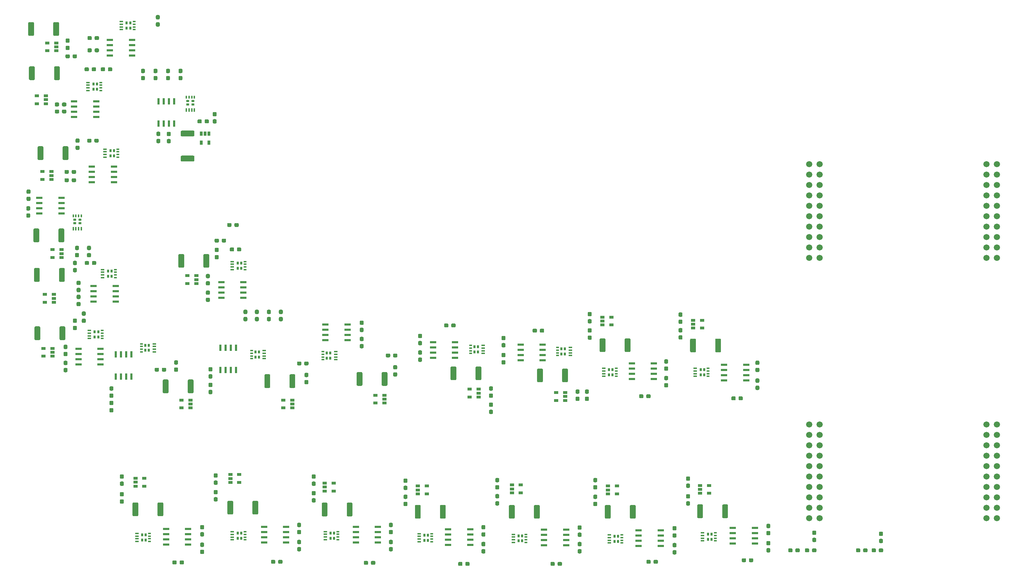
<source format=gbr>
G04 #@! TF.GenerationSoftware,KiCad,Pcbnew,(5.1.10)-1*
G04 #@! TF.CreationDate,2021-12-26T21:02:33-06:00*
G04 #@! TF.ProjectId,PowerBoard_2022_Rev1,506f7765-7242-46f6-9172-645f32303232,rev?*
G04 #@! TF.SameCoordinates,Original*
G04 #@! TF.FileFunction,Paste,Top*
G04 #@! TF.FilePolarity,Positive*
%FSLAX46Y46*%
G04 Gerber Fmt 4.6, Leading zero omitted, Abs format (unit mm)*
G04 Created by KiCad (PCBNEW (5.1.10)-1) date 2021-12-26 21:02:33*
%MOMM*%
%LPD*%
G01*
G04 APERTURE LIST*
%ADD10C,1.520000*%
%ADD11R,1.060000X0.650000*%
%ADD12R,0.750000X0.300000*%
%ADD13R,0.830000X0.300000*%
%ADD14R,0.510000X0.635000*%
%ADD15R,0.300000X0.750000*%
%ADD16R,0.300000X0.830000*%
%ADD17R,0.635000X0.510000*%
%ADD18R,1.550000X0.600000*%
%ADD19R,0.600000X1.550000*%
%ADD20R,0.650000X1.060000*%
G04 APERTURE END LIST*
D10*
X608076000Y-85090000D03*
X562356000Y-62230000D03*
X562356000Y-64770000D03*
X562356000Y-72390000D03*
X605536000Y-74930000D03*
X562356000Y-69850000D03*
X562356000Y-67310000D03*
X608076000Y-69850000D03*
X605536000Y-64770000D03*
X562356000Y-74930000D03*
X562356000Y-77470000D03*
X608076000Y-64770000D03*
X605536000Y-69850000D03*
X605536000Y-72390000D03*
X605536000Y-85090000D03*
X605536000Y-82550000D03*
X605536000Y-80010000D03*
X605536000Y-77470000D03*
X605536000Y-67310000D03*
X605536000Y-62230000D03*
X608076000Y-82550000D03*
X608076000Y-80010000D03*
X608076000Y-77470000D03*
X608076000Y-74930000D03*
X608076000Y-72390000D03*
X608076000Y-67310000D03*
X608076000Y-62230000D03*
X564896000Y-85090000D03*
X564896000Y-82550000D03*
X564896000Y-80010000D03*
X564896000Y-77470000D03*
X564896000Y-74930000D03*
X564896000Y-72390000D03*
X564896000Y-69850000D03*
X564896000Y-67310000D03*
X564896000Y-64770000D03*
X564896000Y-62230000D03*
X562356000Y-85090000D03*
X562356000Y-82550000D03*
X562356000Y-80010000D03*
X605536000Y-148590000D03*
X605536000Y-146050000D03*
X605536000Y-143510000D03*
X605536000Y-140970000D03*
X605536000Y-138430000D03*
X605536000Y-135890000D03*
X605536000Y-133350000D03*
X605536000Y-130810000D03*
X605536000Y-128270000D03*
X605536000Y-125730000D03*
X608076000Y-148590000D03*
X608076000Y-146050000D03*
X608076000Y-143510000D03*
X608076000Y-140970000D03*
X608076000Y-138430000D03*
X608076000Y-135890000D03*
X608076000Y-133350000D03*
X608076000Y-130810000D03*
X608076000Y-128270000D03*
X608076000Y-125730000D03*
X564896000Y-148590000D03*
X564896000Y-146050000D03*
X564896000Y-143510000D03*
X564896000Y-140970000D03*
X564896000Y-138430000D03*
X564896000Y-135890000D03*
X564896000Y-133350000D03*
X564896000Y-130810000D03*
X564896000Y-128270000D03*
X564896000Y-125730000D03*
X562356000Y-148590000D03*
X562356000Y-146050000D03*
X562356000Y-143510000D03*
X562356000Y-140970000D03*
X562356000Y-138430000D03*
X562356000Y-135890000D03*
X562356000Y-133350000D03*
X562356000Y-130810000D03*
X562356000Y-128270000D03*
X562356000Y-125730000D03*
D11*
X512060000Y-99568000D03*
X512060000Y-100518000D03*
X512060000Y-101468000D03*
X514260000Y-101468000D03*
X514260000Y-99568000D03*
G36*
G01*
X455659000Y-159749500D02*
X455659000Y-159274500D01*
G75*
G02*
X455896500Y-159037000I237500J0D01*
G01*
X456471500Y-159037000D01*
G75*
G02*
X456709000Y-159274500I0J-237500D01*
G01*
X456709000Y-159749500D01*
G75*
G02*
X456471500Y-159987000I-237500J0D01*
G01*
X455896500Y-159987000D01*
G75*
G02*
X455659000Y-159749500I0J237500D01*
G01*
G37*
G36*
G01*
X453909000Y-159749500D02*
X453909000Y-159274500D01*
G75*
G02*
X454146500Y-159037000I237500J0D01*
G01*
X454721500Y-159037000D01*
G75*
G02*
X454959000Y-159274500I0J-237500D01*
G01*
X454959000Y-159749500D01*
G75*
G02*
X454721500Y-159987000I-237500J0D01*
G01*
X454146500Y-159987000D01*
G75*
G02*
X453909000Y-159749500I0J237500D01*
G01*
G37*
G36*
G01*
X510048500Y-140558000D02*
X510523500Y-140558000D01*
G75*
G02*
X510761000Y-140795500I0J-237500D01*
G01*
X510761000Y-141370500D01*
G75*
G02*
X510523500Y-141608000I-237500J0D01*
G01*
X510048500Y-141608000D01*
G75*
G02*
X509811000Y-141370500I0J237500D01*
G01*
X509811000Y-140795500D01*
G75*
G02*
X510048500Y-140558000I237500J0D01*
G01*
G37*
G36*
G01*
X510048500Y-138808000D02*
X510523500Y-138808000D01*
G75*
G02*
X510761000Y-139045500I0J-237500D01*
G01*
X510761000Y-139620500D01*
G75*
G02*
X510523500Y-139858000I-237500J0D01*
G01*
X510048500Y-139858000D01*
G75*
G02*
X509811000Y-139620500I0J237500D01*
G01*
X509811000Y-139045500D01*
G75*
G02*
X510048500Y-138808000I237500J0D01*
G01*
G37*
G36*
G01*
X549545500Y-116287000D02*
X550020500Y-116287000D01*
G75*
G02*
X550258000Y-116524500I0J-237500D01*
G01*
X550258000Y-117099500D01*
G75*
G02*
X550020500Y-117337000I-237500J0D01*
G01*
X549545500Y-117337000D01*
G75*
G02*
X549308000Y-117099500I0J237500D01*
G01*
X549308000Y-116524500D01*
G75*
G02*
X549545500Y-116287000I237500J0D01*
G01*
G37*
G36*
G01*
X549545500Y-114537000D02*
X550020500Y-114537000D01*
G75*
G02*
X550258000Y-114774500I0J-237500D01*
G01*
X550258000Y-115349500D01*
G75*
G02*
X550020500Y-115587000I-237500J0D01*
G01*
X549545500Y-115587000D01*
G75*
G02*
X549308000Y-115349500I0J237500D01*
G01*
X549308000Y-114774500D01*
G75*
G02*
X549545500Y-114537000I237500J0D01*
G01*
G37*
G36*
G01*
X545180000Y-119617500D02*
X545180000Y-119142500D01*
G75*
G02*
X545417500Y-118905000I237500J0D01*
G01*
X545992500Y-118905000D01*
G75*
G02*
X546230000Y-119142500I0J-237500D01*
G01*
X546230000Y-119617500D01*
G75*
G02*
X545992500Y-119855000I-237500J0D01*
G01*
X545417500Y-119855000D01*
G75*
G02*
X545180000Y-119617500I0J237500D01*
G01*
G37*
G36*
G01*
X543430000Y-119617500D02*
X543430000Y-119142500D01*
G75*
G02*
X543667500Y-118905000I237500J0D01*
G01*
X544242500Y-118905000D01*
G75*
G02*
X544480000Y-119142500I0J-237500D01*
G01*
X544480000Y-119617500D01*
G75*
G02*
X544242500Y-119855000I-237500J0D01*
G01*
X543667500Y-119855000D01*
G75*
G02*
X543430000Y-119617500I0J237500D01*
G01*
G37*
G36*
G01*
X527320500Y-115666000D02*
X527795500Y-115666000D01*
G75*
G02*
X528033000Y-115903500I0J-237500D01*
G01*
X528033000Y-116478500D01*
G75*
G02*
X527795500Y-116716000I-237500J0D01*
G01*
X527320500Y-116716000D01*
G75*
G02*
X527083000Y-116478500I0J237500D01*
G01*
X527083000Y-115903500D01*
G75*
G02*
X527320500Y-115666000I237500J0D01*
G01*
G37*
G36*
G01*
X527320500Y-113916000D02*
X527795500Y-113916000D01*
G75*
G02*
X528033000Y-114153500I0J-237500D01*
G01*
X528033000Y-114728500D01*
G75*
G02*
X527795500Y-114966000I-237500J0D01*
G01*
X527320500Y-114966000D01*
G75*
G02*
X527083000Y-114728500I0J237500D01*
G01*
X527083000Y-114153500D01*
G75*
G02*
X527320500Y-113916000I237500J0D01*
G01*
G37*
G36*
G01*
X520965000Y-119109500D02*
X520965000Y-118634500D01*
G75*
G02*
X521202500Y-118397000I237500J0D01*
G01*
X521777500Y-118397000D01*
G75*
G02*
X522015000Y-118634500I0J-237500D01*
G01*
X522015000Y-119109500D01*
G75*
G02*
X521777500Y-119347000I-237500J0D01*
G01*
X521202500Y-119347000D01*
G75*
G02*
X520965000Y-119109500I0J237500D01*
G01*
G37*
G36*
G01*
X522715000Y-119109500D02*
X522715000Y-118634500D01*
G75*
G02*
X522952500Y-118397000I237500J0D01*
G01*
X523527500Y-118397000D01*
G75*
G02*
X523765000Y-118634500I0J-237500D01*
G01*
X523765000Y-119109500D01*
G75*
G02*
X523527500Y-119347000I-237500J0D01*
G01*
X522952500Y-119347000D01*
G75*
G02*
X522715000Y-119109500I0J237500D01*
G01*
G37*
G36*
G01*
X563863500Y-154449000D02*
X563388500Y-154449000D01*
G75*
G02*
X563151000Y-154211500I0J237500D01*
G01*
X563151000Y-153636500D01*
G75*
G02*
X563388500Y-153399000I237500J0D01*
G01*
X563863500Y-153399000D01*
G75*
G02*
X564101000Y-153636500I0J-237500D01*
G01*
X564101000Y-154211500D01*
G75*
G02*
X563863500Y-154449000I-237500J0D01*
G01*
G37*
G36*
G01*
X563863500Y-152699000D02*
X563388500Y-152699000D01*
G75*
G02*
X563151000Y-152461500I0J237500D01*
G01*
X563151000Y-151886500D01*
G75*
G02*
X563388500Y-151649000I237500J0D01*
G01*
X563863500Y-151649000D01*
G75*
G02*
X564101000Y-151886500I0J-237500D01*
G01*
X564101000Y-152461500D01*
G75*
G02*
X563863500Y-152699000I-237500J0D01*
G01*
G37*
G36*
G01*
X580119500Y-152953000D02*
X579644500Y-152953000D01*
G75*
G02*
X579407000Y-152715500I0J237500D01*
G01*
X579407000Y-152140500D01*
G75*
G02*
X579644500Y-151903000I237500J0D01*
G01*
X580119500Y-151903000D01*
G75*
G02*
X580357000Y-152140500I0J-237500D01*
G01*
X580357000Y-152715500D01*
G75*
G02*
X580119500Y-152953000I-237500J0D01*
G01*
G37*
G36*
G01*
X580119500Y-154703000D02*
X579644500Y-154703000D01*
G75*
G02*
X579407000Y-154465500I0J237500D01*
G01*
X579407000Y-153890500D01*
G75*
G02*
X579644500Y-153653000I237500J0D01*
G01*
X580119500Y-153653000D01*
G75*
G02*
X580357000Y-153890500I0J-237500D01*
G01*
X580357000Y-154465500D01*
G75*
G02*
X580119500Y-154703000I-237500J0D01*
G01*
G37*
G36*
G01*
X414290500Y-154567400D02*
X414765500Y-154567400D01*
G75*
G02*
X415003000Y-154804900I0J-237500D01*
G01*
X415003000Y-155379900D01*
G75*
G02*
X414765500Y-155617400I-237500J0D01*
G01*
X414290500Y-155617400D01*
G75*
G02*
X414053000Y-155379900I0J237500D01*
G01*
X414053000Y-154804900D01*
G75*
G02*
X414290500Y-154567400I237500J0D01*
G01*
G37*
G36*
G01*
X414290500Y-156317400D02*
X414765500Y-156317400D01*
G75*
G02*
X415003000Y-156554900I0J-237500D01*
G01*
X415003000Y-157129900D01*
G75*
G02*
X414765500Y-157367400I-237500J0D01*
G01*
X414290500Y-157367400D01*
G75*
G02*
X414053000Y-157129900I0J237500D01*
G01*
X414053000Y-156554900D01*
G75*
G02*
X414290500Y-156317400I237500J0D01*
G01*
G37*
G36*
G01*
X460264500Y-153907000D02*
X460739500Y-153907000D01*
G75*
G02*
X460977000Y-154144500I0J-237500D01*
G01*
X460977000Y-154719500D01*
G75*
G02*
X460739500Y-154957000I-237500J0D01*
G01*
X460264500Y-154957000D01*
G75*
G02*
X460027000Y-154719500I0J237500D01*
G01*
X460027000Y-154144500D01*
G75*
G02*
X460264500Y-153907000I237500J0D01*
G01*
G37*
G36*
G01*
X460264500Y-155657000D02*
X460739500Y-155657000D01*
G75*
G02*
X460977000Y-155894500I0J-237500D01*
G01*
X460977000Y-156469500D01*
G75*
G02*
X460739500Y-156707000I-237500J0D01*
G01*
X460264500Y-156707000D01*
G75*
G02*
X460027000Y-156469500I0J237500D01*
G01*
X460027000Y-155894500D01*
G75*
G02*
X460264500Y-155657000I237500J0D01*
G01*
G37*
G36*
G01*
X506238500Y-154415000D02*
X506713500Y-154415000D01*
G75*
G02*
X506951000Y-154652500I0J-237500D01*
G01*
X506951000Y-155227500D01*
G75*
G02*
X506713500Y-155465000I-237500J0D01*
G01*
X506238500Y-155465000D01*
G75*
G02*
X506001000Y-155227500I0J237500D01*
G01*
X506001000Y-154652500D01*
G75*
G02*
X506238500Y-154415000I237500J0D01*
G01*
G37*
G36*
G01*
X506238500Y-156165000D02*
X506713500Y-156165000D01*
G75*
G02*
X506951000Y-156402500I0J-237500D01*
G01*
X506951000Y-156977500D01*
G75*
G02*
X506713500Y-157215000I-237500J0D01*
G01*
X506238500Y-157215000D01*
G75*
G02*
X506001000Y-156977500I0J237500D01*
G01*
X506001000Y-156402500D01*
G75*
G02*
X506238500Y-156165000I237500J0D01*
G01*
G37*
G36*
G01*
X552212500Y-155925000D02*
X552687500Y-155925000D01*
G75*
G02*
X552925000Y-156162500I0J-237500D01*
G01*
X552925000Y-156737500D01*
G75*
G02*
X552687500Y-156975000I-237500J0D01*
G01*
X552212500Y-156975000D01*
G75*
G02*
X551975000Y-156737500I0J237500D01*
G01*
X551975000Y-156162500D01*
G75*
G02*
X552212500Y-155925000I237500J0D01*
G01*
G37*
G36*
G01*
X552212500Y-154175000D02*
X552687500Y-154175000D01*
G75*
G02*
X552925000Y-154412500I0J-237500D01*
G01*
X552925000Y-154987500D01*
G75*
G02*
X552687500Y-155225000I-237500J0D01*
G01*
X552212500Y-155225000D01*
G75*
G02*
X551975000Y-154987500I0J237500D01*
G01*
X551975000Y-154412500D01*
G75*
G02*
X552212500Y-154175000I237500J0D01*
G01*
G37*
G36*
G01*
X409036000Y-159647900D02*
X409036000Y-159172900D01*
G75*
G02*
X409273500Y-158935400I237500J0D01*
G01*
X409848500Y-158935400D01*
G75*
G02*
X410086000Y-159172900I0J-237500D01*
G01*
X410086000Y-159647900D01*
G75*
G02*
X409848500Y-159885400I-237500J0D01*
G01*
X409273500Y-159885400D01*
G75*
G02*
X409036000Y-159647900I0J237500D01*
G01*
G37*
G36*
G01*
X407286000Y-159647900D02*
X407286000Y-159172900D01*
G75*
G02*
X407523500Y-158935400I237500J0D01*
G01*
X408098500Y-158935400D01*
G75*
G02*
X408336000Y-159172900I0J-237500D01*
G01*
X408336000Y-159647900D01*
G75*
G02*
X408098500Y-159885400I-237500J0D01*
G01*
X407523500Y-159885400D01*
G75*
G02*
X407286000Y-159647900I0J237500D01*
G01*
G37*
G36*
G01*
X501125000Y-160003500D02*
X501125000Y-159528500D01*
G75*
G02*
X501362500Y-159291000I237500J0D01*
G01*
X501937500Y-159291000D01*
G75*
G02*
X502175000Y-159528500I0J-237500D01*
G01*
X502175000Y-160003500D01*
G75*
G02*
X501937500Y-160241000I-237500J0D01*
G01*
X501362500Y-160241000D01*
G75*
G02*
X501125000Y-160003500I0J237500D01*
G01*
G37*
G36*
G01*
X499375000Y-160003500D02*
X499375000Y-159528500D01*
G75*
G02*
X499612500Y-159291000I237500J0D01*
G01*
X500187500Y-159291000D01*
G75*
G02*
X500425000Y-159528500I0J-237500D01*
G01*
X500425000Y-160003500D01*
G75*
G02*
X500187500Y-160241000I-237500J0D01*
G01*
X499612500Y-160241000D01*
G75*
G02*
X499375000Y-160003500I0J237500D01*
G01*
G37*
G36*
G01*
X545970000Y-159114500D02*
X545970000Y-158639500D01*
G75*
G02*
X546207500Y-158402000I237500J0D01*
G01*
X546782500Y-158402000D01*
G75*
G02*
X547020000Y-158639500I0J-237500D01*
G01*
X547020000Y-159114500D01*
G75*
G02*
X546782500Y-159352000I-237500J0D01*
G01*
X546207500Y-159352000D01*
G75*
G02*
X545970000Y-159114500I0J237500D01*
G01*
G37*
G36*
G01*
X547720000Y-159114500D02*
X547720000Y-158639500D01*
G75*
G02*
X547957500Y-158402000I237500J0D01*
G01*
X548532500Y-158402000D01*
G75*
G02*
X548770000Y-158639500I0J-237500D01*
G01*
X548770000Y-159114500D01*
G75*
G02*
X548532500Y-159352000I-237500J0D01*
G01*
X547957500Y-159352000D01*
G75*
G02*
X547720000Y-159114500I0J237500D01*
G01*
G37*
G36*
G01*
X437912500Y-153907000D02*
X438387500Y-153907000D01*
G75*
G02*
X438625000Y-154144500I0J-237500D01*
G01*
X438625000Y-154719500D01*
G75*
G02*
X438387500Y-154957000I-237500J0D01*
G01*
X437912500Y-154957000D01*
G75*
G02*
X437675000Y-154719500I0J237500D01*
G01*
X437675000Y-154144500D01*
G75*
G02*
X437912500Y-153907000I237500J0D01*
G01*
G37*
G36*
G01*
X437912500Y-155657000D02*
X438387500Y-155657000D01*
G75*
G02*
X438625000Y-155894500I0J-237500D01*
G01*
X438625000Y-156469500D01*
G75*
G02*
X438387500Y-156707000I-237500J0D01*
G01*
X437912500Y-156707000D01*
G75*
G02*
X437675000Y-156469500I0J237500D01*
G01*
X437675000Y-155894500D01*
G75*
G02*
X437912500Y-155657000I237500J0D01*
G01*
G37*
G36*
G01*
X482807000Y-154415000D02*
X483282000Y-154415000D01*
G75*
G02*
X483519500Y-154652500I0J-237500D01*
G01*
X483519500Y-155227500D01*
G75*
G02*
X483282000Y-155465000I-237500J0D01*
G01*
X482807000Y-155465000D01*
G75*
G02*
X482569500Y-155227500I0J237500D01*
G01*
X482569500Y-154652500D01*
G75*
G02*
X482807000Y-154415000I237500J0D01*
G01*
G37*
G36*
G01*
X482807000Y-156165000D02*
X483282000Y-156165000D01*
G75*
G02*
X483519500Y-156402500I0J-237500D01*
G01*
X483519500Y-156977500D01*
G75*
G02*
X483282000Y-157215000I-237500J0D01*
G01*
X482807000Y-157215000D01*
G75*
G02*
X482569500Y-156977500I0J237500D01*
G01*
X482569500Y-156402500D01*
G75*
G02*
X482807000Y-156165000I237500J0D01*
G01*
G37*
G36*
G01*
X529352500Y-156419000D02*
X529827500Y-156419000D01*
G75*
G02*
X530065000Y-156656500I0J-237500D01*
G01*
X530065000Y-157231500D01*
G75*
G02*
X529827500Y-157469000I-237500J0D01*
G01*
X529352500Y-157469000D01*
G75*
G02*
X529115000Y-157231500I0J237500D01*
G01*
X529115000Y-156656500D01*
G75*
G02*
X529352500Y-156419000I237500J0D01*
G01*
G37*
G36*
G01*
X529352500Y-154669000D02*
X529827500Y-154669000D01*
G75*
G02*
X530065000Y-154906500I0J-237500D01*
G01*
X530065000Y-155481500D01*
G75*
G02*
X529827500Y-155719000I-237500J0D01*
G01*
X529352500Y-155719000D01*
G75*
G02*
X529115000Y-155481500I0J237500D01*
G01*
X529115000Y-154906500D01*
G75*
G02*
X529352500Y-154669000I237500J0D01*
G01*
G37*
G36*
G01*
X433053000Y-159495500D02*
X433053000Y-159020500D01*
G75*
G02*
X433290500Y-158783000I237500J0D01*
G01*
X433865500Y-158783000D01*
G75*
G02*
X434103000Y-159020500I0J-237500D01*
G01*
X434103000Y-159495500D01*
G75*
G02*
X433865500Y-159733000I-237500J0D01*
G01*
X433290500Y-159733000D01*
G75*
G02*
X433053000Y-159495500I0J237500D01*
G01*
G37*
G36*
G01*
X431303000Y-159495500D02*
X431303000Y-159020500D01*
G75*
G02*
X431540500Y-158783000I237500J0D01*
G01*
X432115500Y-158783000D01*
G75*
G02*
X432353000Y-159020500I0J-237500D01*
G01*
X432353000Y-159495500D01*
G75*
G02*
X432115500Y-159733000I-237500J0D01*
G01*
X431540500Y-159733000D01*
G75*
G02*
X431303000Y-159495500I0J237500D01*
G01*
G37*
G36*
G01*
X476882000Y-160003500D02*
X476882000Y-159528500D01*
G75*
G02*
X477119500Y-159291000I237500J0D01*
G01*
X477694500Y-159291000D01*
G75*
G02*
X477932000Y-159528500I0J-237500D01*
G01*
X477932000Y-160003500D01*
G75*
G02*
X477694500Y-160241000I-237500J0D01*
G01*
X477119500Y-160241000D01*
G75*
G02*
X476882000Y-160003500I0J237500D01*
G01*
G37*
G36*
G01*
X478632000Y-160003500D02*
X478632000Y-159528500D01*
G75*
G02*
X478869500Y-159291000I237500J0D01*
G01*
X479444500Y-159291000D01*
G75*
G02*
X479682000Y-159528500I0J-237500D01*
G01*
X479682000Y-160003500D01*
G75*
G02*
X479444500Y-160241000I-237500J0D01*
G01*
X478869500Y-160241000D01*
G75*
G02*
X478632000Y-160003500I0J237500D01*
G01*
G37*
G36*
G01*
X524493000Y-159495500D02*
X524493000Y-159020500D01*
G75*
G02*
X524730500Y-158783000I237500J0D01*
G01*
X525305500Y-158783000D01*
G75*
G02*
X525543000Y-159020500I0J-237500D01*
G01*
X525543000Y-159495500D01*
G75*
G02*
X525305500Y-159733000I-237500J0D01*
G01*
X524730500Y-159733000D01*
G75*
G02*
X524493000Y-159495500I0J237500D01*
G01*
G37*
G36*
G01*
X522743000Y-159495500D02*
X522743000Y-159020500D01*
G75*
G02*
X522980500Y-158783000I237500J0D01*
G01*
X523555500Y-158783000D01*
G75*
G02*
X523793000Y-159020500I0J-237500D01*
G01*
X523793000Y-159495500D01*
G75*
G02*
X523555500Y-159733000I-237500J0D01*
G01*
X522980500Y-159733000D01*
G75*
G02*
X522743000Y-159495500I0J237500D01*
G01*
G37*
G36*
G01*
X387649000Y-31258500D02*
X387649000Y-31733500D01*
G75*
G02*
X387411500Y-31971000I-237500J0D01*
G01*
X386836500Y-31971000D01*
G75*
G02*
X386599000Y-31733500I0J237500D01*
G01*
X386599000Y-31258500D01*
G75*
G02*
X386836500Y-31021000I237500J0D01*
G01*
X387411500Y-31021000D01*
G75*
G02*
X387649000Y-31258500I0J-237500D01*
G01*
G37*
G36*
G01*
X389399000Y-31258500D02*
X389399000Y-31733500D01*
G75*
G02*
X389161500Y-31971000I-237500J0D01*
G01*
X388586500Y-31971000D01*
G75*
G02*
X388349000Y-31733500I0J237500D01*
G01*
X388349000Y-31258500D01*
G75*
G02*
X388586500Y-31021000I237500J0D01*
G01*
X389161500Y-31021000D01*
G75*
G02*
X389399000Y-31258500I0J-237500D01*
G01*
G37*
G36*
G01*
X384666500Y-91739000D02*
X384191500Y-91739000D01*
G75*
G02*
X383954000Y-91501500I0J237500D01*
G01*
X383954000Y-90926500D01*
G75*
G02*
X384191500Y-90689000I237500J0D01*
G01*
X384666500Y-90689000D01*
G75*
G02*
X384904000Y-90926500I0J-237500D01*
G01*
X384904000Y-91501500D01*
G75*
G02*
X384666500Y-91739000I-237500J0D01*
G01*
G37*
G36*
G01*
X384666500Y-93489000D02*
X384191500Y-93489000D01*
G75*
G02*
X383954000Y-93251500I0J237500D01*
G01*
X383954000Y-92676500D01*
G75*
G02*
X384191500Y-92439000I237500J0D01*
G01*
X384666500Y-92439000D01*
G75*
G02*
X384904000Y-92676500I0J-237500D01*
G01*
X384904000Y-93251500D01*
G75*
G02*
X384666500Y-93489000I-237500J0D01*
G01*
G37*
G36*
G01*
X403970500Y-28691000D02*
X403495500Y-28691000D01*
G75*
G02*
X403258000Y-28453500I0J237500D01*
G01*
X403258000Y-27878500D01*
G75*
G02*
X403495500Y-27641000I237500J0D01*
G01*
X403970500Y-27641000D01*
G75*
G02*
X404208000Y-27878500I0J-237500D01*
G01*
X404208000Y-28453500D01*
G75*
G02*
X403970500Y-28691000I-237500J0D01*
G01*
G37*
G36*
G01*
X403970500Y-26941000D02*
X403495500Y-26941000D01*
G75*
G02*
X403258000Y-26703500I0J237500D01*
G01*
X403258000Y-26128500D01*
G75*
G02*
X403495500Y-25891000I237500J0D01*
G01*
X403970500Y-25891000D01*
G75*
G02*
X404208000Y-26128500I0J-237500D01*
G01*
X404208000Y-26703500D01*
G75*
G02*
X403970500Y-26941000I-237500J0D01*
G01*
G37*
G36*
G01*
X422385000Y-77326500D02*
X422385000Y-76851500D01*
G75*
G02*
X422622500Y-76614000I237500J0D01*
G01*
X423197500Y-76614000D01*
G75*
G02*
X423435000Y-76851500I0J-237500D01*
G01*
X423435000Y-77326500D01*
G75*
G02*
X423197500Y-77564000I-237500J0D01*
G01*
X422622500Y-77564000D01*
G75*
G02*
X422385000Y-77326500I0J237500D01*
G01*
G37*
G36*
G01*
X420635000Y-77326500D02*
X420635000Y-76851500D01*
G75*
G02*
X420872500Y-76614000I237500J0D01*
G01*
X421447500Y-76614000D01*
G75*
G02*
X421685000Y-76851500I0J-237500D01*
G01*
X421685000Y-77326500D01*
G75*
G02*
X421447500Y-77564000I-237500J0D01*
G01*
X420872500Y-77564000D01*
G75*
G02*
X420635000Y-77326500I0J237500D01*
G01*
G37*
G36*
G01*
X488171500Y-105201000D02*
X487696500Y-105201000D01*
G75*
G02*
X487459000Y-104963500I0J237500D01*
G01*
X487459000Y-104388500D01*
G75*
G02*
X487696500Y-104151000I237500J0D01*
G01*
X488171500Y-104151000D01*
G75*
G02*
X488409000Y-104388500I0J-237500D01*
G01*
X488409000Y-104963500D01*
G75*
G02*
X488171500Y-105201000I-237500J0D01*
G01*
G37*
G36*
G01*
X488171500Y-106951000D02*
X487696500Y-106951000D01*
G75*
G02*
X487459000Y-106713500I0J237500D01*
G01*
X487459000Y-106138500D01*
G75*
G02*
X487696500Y-105901000I237500J0D01*
G01*
X488171500Y-105901000D01*
G75*
G02*
X488409000Y-106138500I0J-237500D01*
G01*
X488409000Y-106713500D01*
G75*
G02*
X488171500Y-106951000I-237500J0D01*
G01*
G37*
G36*
G01*
X497829000Y-102632500D02*
X497829000Y-103107500D01*
G75*
G02*
X497591500Y-103345000I-237500J0D01*
G01*
X497016500Y-103345000D01*
G75*
G02*
X496779000Y-103107500I0J237500D01*
G01*
X496779000Y-102632500D01*
G75*
G02*
X497016500Y-102395000I237500J0D01*
G01*
X497591500Y-102395000D01*
G75*
G02*
X497829000Y-102632500I0J-237500D01*
G01*
G37*
G36*
G01*
X496079000Y-102632500D02*
X496079000Y-103107500D01*
G75*
G02*
X495841500Y-103345000I-237500J0D01*
G01*
X495266500Y-103345000D01*
G75*
G02*
X495029000Y-103107500I0J237500D01*
G01*
X495029000Y-102632500D01*
G75*
G02*
X495266500Y-102395000I237500J0D01*
G01*
X495841500Y-102395000D01*
G75*
G02*
X496079000Y-102632500I0J-237500D01*
G01*
G37*
G36*
G01*
X467851500Y-106443000D02*
X467376500Y-106443000D01*
G75*
G02*
X467139000Y-106205500I0J237500D01*
G01*
X467139000Y-105630500D01*
G75*
G02*
X467376500Y-105393000I237500J0D01*
G01*
X467851500Y-105393000D01*
G75*
G02*
X468089000Y-105630500I0J-237500D01*
G01*
X468089000Y-106205500D01*
G75*
G02*
X467851500Y-106443000I-237500J0D01*
G01*
G37*
G36*
G01*
X467851500Y-104693000D02*
X467376500Y-104693000D01*
G75*
G02*
X467139000Y-104455500I0J237500D01*
G01*
X467139000Y-103880500D01*
G75*
G02*
X467376500Y-103643000I237500J0D01*
G01*
X467851500Y-103643000D01*
G75*
G02*
X468089000Y-103880500I0J-237500D01*
G01*
X468089000Y-104455500D01*
G75*
G02*
X467851500Y-104693000I-237500J0D01*
G01*
G37*
G36*
G01*
X474517000Y-101362500D02*
X474517000Y-101837500D01*
G75*
G02*
X474279500Y-102075000I-237500J0D01*
G01*
X473704500Y-102075000D01*
G75*
G02*
X473467000Y-101837500I0J237500D01*
G01*
X473467000Y-101362500D01*
G75*
G02*
X473704500Y-101125000I237500J0D01*
G01*
X474279500Y-101125000D01*
G75*
G02*
X474517000Y-101362500I0J-237500D01*
G01*
G37*
G36*
G01*
X476267000Y-101362500D02*
X476267000Y-101837500D01*
G75*
G02*
X476029500Y-102075000I-237500J0D01*
G01*
X475454500Y-102075000D01*
G75*
G02*
X475217000Y-101837500I0J237500D01*
G01*
X475217000Y-101362500D01*
G75*
G02*
X475454500Y-101125000I237500J0D01*
G01*
X476029500Y-101125000D01*
G75*
G02*
X476267000Y-101362500I0J-237500D01*
G01*
G37*
G36*
G01*
X372474500Y-71236000D02*
X371999500Y-71236000D01*
G75*
G02*
X371762000Y-70998500I0J237500D01*
G01*
X371762000Y-70423500D01*
G75*
G02*
X371999500Y-70186000I237500J0D01*
G01*
X372474500Y-70186000D01*
G75*
G02*
X372712000Y-70423500I0J-237500D01*
G01*
X372712000Y-70998500D01*
G75*
G02*
X372474500Y-71236000I-237500J0D01*
G01*
G37*
G36*
G01*
X372474500Y-69486000D02*
X371999500Y-69486000D01*
G75*
G02*
X371762000Y-69248500I0J237500D01*
G01*
X371762000Y-68673500D01*
G75*
G02*
X371999500Y-68436000I237500J0D01*
G01*
X372474500Y-68436000D01*
G75*
G02*
X372712000Y-68673500I0J-237500D01*
G01*
X372712000Y-69248500D01*
G75*
G02*
X372474500Y-69486000I-237500J0D01*
G01*
G37*
G36*
G01*
X416797500Y-114557000D02*
X416322500Y-114557000D01*
G75*
G02*
X416085000Y-114319500I0J237500D01*
G01*
X416085000Y-113744500D01*
G75*
G02*
X416322500Y-113507000I237500J0D01*
G01*
X416797500Y-113507000D01*
G75*
G02*
X417035000Y-113744500I0J-237500D01*
G01*
X417035000Y-114319500D01*
G75*
G02*
X416797500Y-114557000I-237500J0D01*
G01*
G37*
G36*
G01*
X416797500Y-112807000D02*
X416322500Y-112807000D01*
G75*
G02*
X416085000Y-112569500I0J237500D01*
G01*
X416085000Y-111994500D01*
G75*
G02*
X416322500Y-111757000I237500J0D01*
G01*
X416797500Y-111757000D01*
G75*
G02*
X417035000Y-111994500I0J-237500D01*
G01*
X417035000Y-112569500D01*
G75*
G02*
X416797500Y-112807000I-237500J0D01*
G01*
G37*
G36*
G01*
X392667500Y-117506000D02*
X392192500Y-117506000D01*
G75*
G02*
X391955000Y-117268500I0J237500D01*
G01*
X391955000Y-116693500D01*
G75*
G02*
X392192500Y-116456000I237500J0D01*
G01*
X392667500Y-116456000D01*
G75*
G02*
X392905000Y-116693500I0J-237500D01*
G01*
X392905000Y-117268500D01*
G75*
G02*
X392667500Y-117506000I-237500J0D01*
G01*
G37*
G36*
G01*
X392667500Y-119256000D02*
X392192500Y-119256000D01*
G75*
G02*
X391955000Y-119018500I0J237500D01*
G01*
X391955000Y-118443500D01*
G75*
G02*
X392192500Y-118206000I237500J0D01*
G01*
X392667500Y-118206000D01*
G75*
G02*
X392905000Y-118443500I0J-237500D01*
G01*
X392905000Y-119018500D01*
G75*
G02*
X392667500Y-119256000I-237500J0D01*
G01*
G37*
G36*
G01*
X453152500Y-106127000D02*
X453627500Y-106127000D01*
G75*
G02*
X453865000Y-106364500I0J-237500D01*
G01*
X453865000Y-106939500D01*
G75*
G02*
X453627500Y-107177000I-237500J0D01*
G01*
X453152500Y-107177000D01*
G75*
G02*
X452915000Y-106939500I0J237500D01*
G01*
X452915000Y-106364500D01*
G75*
G02*
X453152500Y-106127000I237500J0D01*
G01*
G37*
G36*
G01*
X453152500Y-104377000D02*
X453627500Y-104377000D01*
G75*
G02*
X453865000Y-104614500I0J-237500D01*
G01*
X453865000Y-105189500D01*
G75*
G02*
X453627500Y-105427000I-237500J0D01*
G01*
X453152500Y-105427000D01*
G75*
G02*
X452915000Y-105189500I0J237500D01*
G01*
X452915000Y-104614500D01*
G75*
G02*
X453152500Y-104377000I237500J0D01*
G01*
G37*
G36*
G01*
X409495000Y-40036000D02*
X409020000Y-40036000D01*
G75*
G02*
X408782500Y-39798500I0J237500D01*
G01*
X408782500Y-39223500D01*
G75*
G02*
X409020000Y-38986000I237500J0D01*
G01*
X409495000Y-38986000D01*
G75*
G02*
X409732500Y-39223500I0J-237500D01*
G01*
X409732500Y-39798500D01*
G75*
G02*
X409495000Y-40036000I-237500J0D01*
G01*
G37*
G36*
G01*
X409495000Y-41786000D02*
X409020000Y-41786000D01*
G75*
G02*
X408782500Y-41548500I0J237500D01*
G01*
X408782500Y-40973500D01*
G75*
G02*
X409020000Y-40736000I237500J0D01*
G01*
X409495000Y-40736000D01*
G75*
G02*
X409732500Y-40973500I0J-237500D01*
G01*
X409732500Y-41548500D01*
G75*
G02*
X409495000Y-41786000I-237500J0D01*
G01*
G37*
G36*
G01*
X425306500Y-98823000D02*
X424831500Y-98823000D01*
G75*
G02*
X424594000Y-98585500I0J237500D01*
G01*
X424594000Y-98010500D01*
G75*
G02*
X424831500Y-97773000I237500J0D01*
G01*
X425306500Y-97773000D01*
G75*
G02*
X425544000Y-98010500I0J-237500D01*
G01*
X425544000Y-98585500D01*
G75*
G02*
X425306500Y-98823000I-237500J0D01*
G01*
G37*
G36*
G01*
X425306500Y-100573000D02*
X424831500Y-100573000D01*
G75*
G02*
X424594000Y-100335500I0J237500D01*
G01*
X424594000Y-99760500D01*
G75*
G02*
X424831500Y-99523000I237500J0D01*
G01*
X425306500Y-99523000D01*
G75*
G02*
X425544000Y-99760500I0J-237500D01*
G01*
X425544000Y-100335500D01*
G75*
G02*
X425306500Y-100573000I-237500J0D01*
G01*
G37*
G36*
G01*
X428100500Y-100573000D02*
X427625500Y-100573000D01*
G75*
G02*
X427388000Y-100335500I0J237500D01*
G01*
X427388000Y-99760500D01*
G75*
G02*
X427625500Y-99523000I237500J0D01*
G01*
X428100500Y-99523000D01*
G75*
G02*
X428338000Y-99760500I0J-237500D01*
G01*
X428338000Y-100335500D01*
G75*
G02*
X428100500Y-100573000I-237500J0D01*
G01*
G37*
G36*
G01*
X428100500Y-98823000D02*
X427625500Y-98823000D01*
G75*
G02*
X427388000Y-98585500I0J237500D01*
G01*
X427388000Y-98010500D01*
G75*
G02*
X427625500Y-97773000I237500J0D01*
G01*
X428100500Y-97773000D01*
G75*
G02*
X428338000Y-98010500I0J-237500D01*
G01*
X428338000Y-98585500D01*
G75*
G02*
X428100500Y-98823000I-237500J0D01*
G01*
G37*
G36*
G01*
X431021500Y-100573000D02*
X430546500Y-100573000D01*
G75*
G02*
X430309000Y-100335500I0J237500D01*
G01*
X430309000Y-99760500D01*
G75*
G02*
X430546500Y-99523000I237500J0D01*
G01*
X431021500Y-99523000D01*
G75*
G02*
X431259000Y-99760500I0J-237500D01*
G01*
X431259000Y-100335500D01*
G75*
G02*
X431021500Y-100573000I-237500J0D01*
G01*
G37*
G36*
G01*
X431021500Y-98823000D02*
X430546500Y-98823000D01*
G75*
G02*
X430309000Y-98585500I0J237500D01*
G01*
X430309000Y-98010500D01*
G75*
G02*
X430546500Y-97773000I237500J0D01*
G01*
X431021500Y-97773000D01*
G75*
G02*
X431259000Y-98010500I0J-237500D01*
G01*
X431259000Y-98585500D01*
G75*
G02*
X431021500Y-98823000I-237500J0D01*
G01*
G37*
G36*
G01*
X406447000Y-41786000D02*
X405972000Y-41786000D01*
G75*
G02*
X405734500Y-41548500I0J237500D01*
G01*
X405734500Y-40973500D01*
G75*
G02*
X405972000Y-40736000I237500J0D01*
G01*
X406447000Y-40736000D01*
G75*
G02*
X406684500Y-40973500I0J-237500D01*
G01*
X406684500Y-41548500D01*
G75*
G02*
X406447000Y-41786000I-237500J0D01*
G01*
G37*
G36*
G01*
X406447000Y-40036000D02*
X405972000Y-40036000D01*
G75*
G02*
X405734500Y-39798500I0J237500D01*
G01*
X405734500Y-39223500D01*
G75*
G02*
X405972000Y-38986000I237500J0D01*
G01*
X406447000Y-38986000D01*
G75*
G02*
X406684500Y-39223500I0J-237500D01*
G01*
X406684500Y-39798500D01*
G75*
G02*
X406447000Y-40036000I-237500J0D01*
G01*
G37*
G36*
G01*
X383811000Y-63897500D02*
X383811000Y-64372500D01*
G75*
G02*
X383573500Y-64610000I-237500J0D01*
G01*
X382998500Y-64610000D01*
G75*
G02*
X382761000Y-64372500I0J237500D01*
G01*
X382761000Y-63897500D01*
G75*
G02*
X382998500Y-63660000I237500J0D01*
G01*
X383573500Y-63660000D01*
G75*
G02*
X383811000Y-63897500I0J-237500D01*
G01*
G37*
G36*
G01*
X382061000Y-63897500D02*
X382061000Y-64372500D01*
G75*
G02*
X381823500Y-64610000I-237500J0D01*
G01*
X381248500Y-64610000D01*
G75*
G02*
X381011000Y-64372500I0J237500D01*
G01*
X381011000Y-63897500D01*
G75*
G02*
X381248500Y-63660000I237500J0D01*
G01*
X381823500Y-63660000D01*
G75*
G02*
X382061000Y-63897500I0J-237500D01*
G01*
G37*
G36*
G01*
X422306000Y-82820500D02*
X422306000Y-83295500D01*
G75*
G02*
X422068500Y-83533000I-237500J0D01*
G01*
X421493500Y-83533000D01*
G75*
G02*
X421256000Y-83295500I0J237500D01*
G01*
X421256000Y-82820500D01*
G75*
G02*
X421493500Y-82583000I237500J0D01*
G01*
X422068500Y-82583000D01*
G75*
G02*
X422306000Y-82820500I0J-237500D01*
G01*
G37*
G36*
G01*
X424056000Y-82820500D02*
X424056000Y-83295500D01*
G75*
G02*
X423818500Y-83533000I-237500J0D01*
G01*
X423243500Y-83533000D01*
G75*
G02*
X423006000Y-83295500I0J237500D01*
G01*
X423006000Y-82820500D01*
G75*
G02*
X423243500Y-82583000I237500J0D01*
G01*
X423818500Y-82583000D01*
G75*
G02*
X424056000Y-82820500I0J-237500D01*
G01*
G37*
G36*
G01*
X416162500Y-90088000D02*
X415687500Y-90088000D01*
G75*
G02*
X415450000Y-89850500I0J237500D01*
G01*
X415450000Y-89275500D01*
G75*
G02*
X415687500Y-89038000I237500J0D01*
G01*
X416162500Y-89038000D01*
G75*
G02*
X416400000Y-89275500I0J-237500D01*
G01*
X416400000Y-89850500D01*
G75*
G02*
X416162500Y-90088000I-237500J0D01*
G01*
G37*
G36*
G01*
X416162500Y-91838000D02*
X415687500Y-91838000D01*
G75*
G02*
X415450000Y-91600500I0J237500D01*
G01*
X415450000Y-91025500D01*
G75*
G02*
X415687500Y-90788000I237500J0D01*
G01*
X416162500Y-90788000D01*
G75*
G02*
X416400000Y-91025500I0J-237500D01*
G01*
X416400000Y-91600500D01*
G75*
G02*
X416162500Y-91838000I-237500J0D01*
G01*
G37*
G36*
G01*
X381491500Y-109110000D02*
X381016500Y-109110000D01*
G75*
G02*
X380779000Y-108872500I0J237500D01*
G01*
X380779000Y-108297500D01*
G75*
G02*
X381016500Y-108060000I237500J0D01*
G01*
X381491500Y-108060000D01*
G75*
G02*
X381729000Y-108297500I0J-237500D01*
G01*
X381729000Y-108872500D01*
G75*
G02*
X381491500Y-109110000I-237500J0D01*
G01*
G37*
G36*
G01*
X381491500Y-107360000D02*
X381016500Y-107360000D01*
G75*
G02*
X380779000Y-107122500I0J237500D01*
G01*
X380779000Y-106547500D01*
G75*
G02*
X381016500Y-106310000I237500J0D01*
G01*
X381491500Y-106310000D01*
G75*
G02*
X381729000Y-106547500I0J-237500D01*
G01*
X381729000Y-107122500D01*
G75*
G02*
X381491500Y-107360000I-237500J0D01*
G01*
G37*
G36*
G01*
X403622500Y-54339000D02*
X404097500Y-54339000D01*
G75*
G02*
X404335000Y-54576500I0J-237500D01*
G01*
X404335000Y-55151500D01*
G75*
G02*
X404097500Y-55389000I-237500J0D01*
G01*
X403622500Y-55389000D01*
G75*
G02*
X403385000Y-55151500I0J237500D01*
G01*
X403385000Y-54576500D01*
G75*
G02*
X403622500Y-54339000I237500J0D01*
G01*
G37*
G36*
G01*
X403622500Y-56089000D02*
X404097500Y-56089000D01*
G75*
G02*
X404335000Y-56326500I0J-237500D01*
G01*
X404335000Y-56901500D01*
G75*
G02*
X404097500Y-57139000I-237500J0D01*
G01*
X403622500Y-57139000D01*
G75*
G02*
X403385000Y-56901500I0J237500D01*
G01*
X403385000Y-56326500D01*
G75*
G02*
X403622500Y-56089000I237500J0D01*
G01*
G37*
G36*
G01*
X379697500Y-47451000D02*
X379697500Y-47926000D01*
G75*
G02*
X379460000Y-48163500I-237500J0D01*
G01*
X378885000Y-48163500D01*
G75*
G02*
X378647500Y-47926000I0J237500D01*
G01*
X378647500Y-47451000D01*
G75*
G02*
X378885000Y-47213500I237500J0D01*
G01*
X379460000Y-47213500D01*
G75*
G02*
X379697500Y-47451000I0J-237500D01*
G01*
G37*
G36*
G01*
X381447500Y-47451000D02*
X381447500Y-47926000D01*
G75*
G02*
X381210000Y-48163500I-237500J0D01*
G01*
X380635000Y-48163500D01*
G75*
G02*
X380397500Y-47926000I0J237500D01*
G01*
X380397500Y-47451000D01*
G75*
G02*
X380635000Y-47213500I237500J0D01*
G01*
X381210000Y-47213500D01*
G75*
G02*
X381447500Y-47451000I0J-237500D01*
G01*
G37*
G36*
G01*
X433942500Y-98823000D02*
X433467500Y-98823000D01*
G75*
G02*
X433230000Y-98585500I0J237500D01*
G01*
X433230000Y-98010500D01*
G75*
G02*
X433467500Y-97773000I237500J0D01*
G01*
X433942500Y-97773000D01*
G75*
G02*
X434180000Y-98010500I0J-237500D01*
G01*
X434180000Y-98585500D01*
G75*
G02*
X433942500Y-98823000I-237500J0D01*
G01*
G37*
G36*
G01*
X433942500Y-100573000D02*
X433467500Y-100573000D01*
G75*
G02*
X433230000Y-100335500I0J237500D01*
G01*
X433230000Y-99760500D01*
G75*
G02*
X433467500Y-99523000I237500J0D01*
G01*
X433942500Y-99523000D01*
G75*
G02*
X434180000Y-99760500I0J-237500D01*
G01*
X434180000Y-100335500D01*
G75*
G02*
X433942500Y-100573000I-237500J0D01*
G01*
G37*
G36*
G01*
X403399000Y-40036000D02*
X402924000Y-40036000D01*
G75*
G02*
X402686500Y-39798500I0J237500D01*
G01*
X402686500Y-39223500D01*
G75*
G02*
X402924000Y-38986000I237500J0D01*
G01*
X403399000Y-38986000D01*
G75*
G02*
X403636500Y-39223500I0J-237500D01*
G01*
X403636500Y-39798500D01*
G75*
G02*
X403399000Y-40036000I-237500J0D01*
G01*
G37*
G36*
G01*
X403399000Y-41786000D02*
X402924000Y-41786000D01*
G75*
G02*
X402686500Y-41548500I0J237500D01*
G01*
X402686500Y-40973500D01*
G75*
G02*
X402924000Y-40736000I237500J0D01*
G01*
X403399000Y-40736000D01*
G75*
G02*
X403636500Y-40973500I0J-237500D01*
G01*
X403636500Y-41548500D01*
G75*
G02*
X403399000Y-41786000I-237500J0D01*
G01*
G37*
G36*
G01*
X400351000Y-40036000D02*
X399876000Y-40036000D01*
G75*
G02*
X399638500Y-39798500I0J237500D01*
G01*
X399638500Y-39223500D01*
G75*
G02*
X399876000Y-38986000I237500J0D01*
G01*
X400351000Y-38986000D01*
G75*
G02*
X400588500Y-39223500I0J-237500D01*
G01*
X400588500Y-39798500D01*
G75*
G02*
X400351000Y-40036000I-237500J0D01*
G01*
G37*
G36*
G01*
X400351000Y-41786000D02*
X399876000Y-41786000D01*
G75*
G02*
X399638500Y-41548500I0J237500D01*
G01*
X399638500Y-40973500D01*
G75*
G02*
X399876000Y-40736000I237500J0D01*
G01*
X400351000Y-40736000D01*
G75*
G02*
X400588500Y-40973500I0J-237500D01*
G01*
X400588500Y-41548500D01*
G75*
G02*
X400351000Y-41786000I-237500J0D01*
G01*
G37*
G36*
G01*
X530813000Y-98422000D02*
X531288000Y-98422000D01*
G75*
G02*
X531525500Y-98659500I0J-237500D01*
G01*
X531525500Y-99234500D01*
G75*
G02*
X531288000Y-99472000I-237500J0D01*
G01*
X530813000Y-99472000D01*
G75*
G02*
X530575500Y-99234500I0J237500D01*
G01*
X530575500Y-98659500D01*
G75*
G02*
X530813000Y-98422000I237500J0D01*
G01*
G37*
G36*
G01*
X530813000Y-100172000D02*
X531288000Y-100172000D01*
G75*
G02*
X531525500Y-100409500I0J-237500D01*
G01*
X531525500Y-100984500D01*
G75*
G02*
X531288000Y-101222000I-237500J0D01*
G01*
X530813000Y-101222000D01*
G75*
G02*
X530575500Y-100984500I0J237500D01*
G01*
X530575500Y-100409500D01*
G75*
G02*
X530813000Y-100172000I237500J0D01*
G01*
G37*
G36*
G01*
X508697943Y-100059000D02*
X509172943Y-100059000D01*
G75*
G02*
X509410443Y-100296500I0J-237500D01*
G01*
X509410443Y-100871500D01*
G75*
G02*
X509172943Y-101109000I-237500J0D01*
G01*
X508697943Y-101109000D01*
G75*
G02*
X508460443Y-100871500I0J237500D01*
G01*
X508460443Y-100296500D01*
G75*
G02*
X508697943Y-100059000I237500J0D01*
G01*
G37*
G36*
G01*
X508697943Y-98309000D02*
X509172943Y-98309000D01*
G75*
G02*
X509410443Y-98546500I0J-237500D01*
G01*
X509410443Y-99121500D01*
G75*
G02*
X509172943Y-99359000I-237500J0D01*
G01*
X508697943Y-99359000D01*
G75*
G02*
X508460443Y-99121500I0J237500D01*
G01*
X508460443Y-98546500D01*
G75*
G02*
X508697943Y-98309000I237500J0D01*
G01*
G37*
G36*
G01*
X559037000Y-156701500D02*
X559037000Y-156226500D01*
G75*
G02*
X559274500Y-155989000I237500J0D01*
G01*
X559849500Y-155989000D01*
G75*
G02*
X560087000Y-156226500I0J-237500D01*
G01*
X560087000Y-156701500D01*
G75*
G02*
X559849500Y-156939000I-237500J0D01*
G01*
X559274500Y-156939000D01*
G75*
G02*
X559037000Y-156701500I0J237500D01*
G01*
G37*
G36*
G01*
X557287000Y-156701500D02*
X557287000Y-156226500D01*
G75*
G02*
X557524500Y-155989000I237500J0D01*
G01*
X558099500Y-155989000D01*
G75*
G02*
X558337000Y-156226500I0J-237500D01*
G01*
X558337000Y-156701500D01*
G75*
G02*
X558099500Y-156939000I-237500J0D01*
G01*
X557524500Y-156939000D01*
G75*
G02*
X557287000Y-156701500I0J237500D01*
G01*
G37*
G36*
G01*
X573797000Y-156701500D02*
X573797000Y-156226500D01*
G75*
G02*
X574034500Y-155989000I237500J0D01*
G01*
X574609500Y-155989000D01*
G75*
G02*
X574847000Y-156226500I0J-237500D01*
G01*
X574847000Y-156701500D01*
G75*
G02*
X574609500Y-156939000I-237500J0D01*
G01*
X574034500Y-156939000D01*
G75*
G02*
X573797000Y-156701500I0J237500D01*
G01*
G37*
G36*
G01*
X575547000Y-156701500D02*
X575547000Y-156226500D01*
G75*
G02*
X575784500Y-155989000I237500J0D01*
G01*
X576359500Y-155989000D01*
G75*
G02*
X576597000Y-156226500I0J-237500D01*
G01*
X576597000Y-156701500D01*
G75*
G02*
X576359500Y-156939000I-237500J0D01*
G01*
X575784500Y-156939000D01*
G75*
G02*
X575547000Y-156701500I0J237500D01*
G01*
G37*
G36*
G01*
X394732500Y-137927343D02*
X395207500Y-137927343D01*
G75*
G02*
X395445000Y-138164843I0J-237500D01*
G01*
X395445000Y-138739843D01*
G75*
G02*
X395207500Y-138977343I-237500J0D01*
G01*
X394732500Y-138977343D01*
G75*
G02*
X394495000Y-138739843I0J237500D01*
G01*
X394495000Y-138164843D01*
G75*
G02*
X394732500Y-137927343I237500J0D01*
G01*
G37*
G36*
G01*
X394732500Y-139677343D02*
X395207500Y-139677343D01*
G75*
G02*
X395445000Y-139914843I0J-237500D01*
G01*
X395445000Y-140489843D01*
G75*
G02*
X395207500Y-140727343I-237500J0D01*
G01*
X394732500Y-140727343D01*
G75*
G02*
X394495000Y-140489843I0J237500D01*
G01*
X394495000Y-139914843D01*
G75*
G02*
X394732500Y-139677343I237500J0D01*
G01*
G37*
G36*
G01*
X441468500Y-137933000D02*
X441943500Y-137933000D01*
G75*
G02*
X442181000Y-138170500I0J-237500D01*
G01*
X442181000Y-138745500D01*
G75*
G02*
X441943500Y-138983000I-237500J0D01*
G01*
X441468500Y-138983000D01*
G75*
G02*
X441231000Y-138745500I0J237500D01*
G01*
X441231000Y-138170500D01*
G75*
G02*
X441468500Y-137933000I237500J0D01*
G01*
G37*
G36*
G01*
X441468500Y-139683000D02*
X441943500Y-139683000D01*
G75*
G02*
X442181000Y-139920500I0J-237500D01*
G01*
X442181000Y-140495500D01*
G75*
G02*
X441943500Y-140733000I-237500J0D01*
G01*
X441468500Y-140733000D01*
G75*
G02*
X441231000Y-140495500I0J237500D01*
G01*
X441231000Y-139920500D01*
G75*
G02*
X441468500Y-139683000I237500J0D01*
G01*
G37*
G36*
G01*
X486172500Y-140558000D02*
X486647500Y-140558000D01*
G75*
G02*
X486885000Y-140795500I0J-237500D01*
G01*
X486885000Y-141370500D01*
G75*
G02*
X486647500Y-141608000I-237500J0D01*
G01*
X486172500Y-141608000D01*
G75*
G02*
X485935000Y-141370500I0J237500D01*
G01*
X485935000Y-140795500D01*
G75*
G02*
X486172500Y-140558000I237500J0D01*
G01*
G37*
G36*
G01*
X486172500Y-138808000D02*
X486647500Y-138808000D01*
G75*
G02*
X486885000Y-139045500I0J-237500D01*
G01*
X486885000Y-139620500D01*
G75*
G02*
X486647500Y-139858000I-237500J0D01*
G01*
X486172500Y-139858000D01*
G75*
G02*
X485935000Y-139620500I0J237500D01*
G01*
X485935000Y-139045500D01*
G75*
G02*
X486172500Y-138808000I237500J0D01*
G01*
G37*
G36*
G01*
X532654500Y-140177000D02*
X533129500Y-140177000D01*
G75*
G02*
X533367000Y-140414500I0J-237500D01*
G01*
X533367000Y-140989500D01*
G75*
G02*
X533129500Y-141227000I-237500J0D01*
G01*
X532654500Y-141227000D01*
G75*
G02*
X532417000Y-140989500I0J237500D01*
G01*
X532417000Y-140414500D01*
G75*
G02*
X532654500Y-140177000I237500J0D01*
G01*
G37*
G36*
G01*
X532654500Y-138427000D02*
X533129500Y-138427000D01*
G75*
G02*
X533367000Y-138664500I0J-237500D01*
G01*
X533367000Y-139239500D01*
G75*
G02*
X533129500Y-139477000I-237500J0D01*
G01*
X532654500Y-139477000D01*
G75*
G02*
X532417000Y-139239500I0J237500D01*
G01*
X532417000Y-138664500D01*
G75*
G02*
X532654500Y-138427000I237500J0D01*
G01*
G37*
G36*
G01*
X417592500Y-137679000D02*
X418067500Y-137679000D01*
G75*
G02*
X418305000Y-137916500I0J-237500D01*
G01*
X418305000Y-138491500D01*
G75*
G02*
X418067500Y-138729000I-237500J0D01*
G01*
X417592500Y-138729000D01*
G75*
G02*
X417355000Y-138491500I0J237500D01*
G01*
X417355000Y-137916500D01*
G75*
G02*
X417592500Y-137679000I237500J0D01*
G01*
G37*
G36*
G01*
X417592500Y-139429000D02*
X418067500Y-139429000D01*
G75*
G02*
X418305000Y-139666500I0J-237500D01*
G01*
X418305000Y-140241500D01*
G75*
G02*
X418067500Y-140479000I-237500J0D01*
G01*
X417592500Y-140479000D01*
G75*
G02*
X417355000Y-140241500I0J237500D01*
G01*
X417355000Y-139666500D01*
G75*
G02*
X417592500Y-139429000I237500J0D01*
G01*
G37*
G36*
G01*
X463820500Y-140699000D02*
X464295500Y-140699000D01*
G75*
G02*
X464533000Y-140936500I0J-237500D01*
G01*
X464533000Y-141511500D01*
G75*
G02*
X464295500Y-141749000I-237500J0D01*
G01*
X463820500Y-141749000D01*
G75*
G02*
X463583000Y-141511500I0J237500D01*
G01*
X463583000Y-140936500D01*
G75*
G02*
X463820500Y-140699000I237500J0D01*
G01*
G37*
G36*
G01*
X463820500Y-138949000D02*
X464295500Y-138949000D01*
G75*
G02*
X464533000Y-139186500I0J-237500D01*
G01*
X464533000Y-139761500D01*
G75*
G02*
X464295500Y-139999000I-237500J0D01*
G01*
X463820500Y-139999000D01*
G75*
G02*
X463583000Y-139761500I0J237500D01*
G01*
X463583000Y-139186500D01*
G75*
G02*
X463820500Y-138949000I237500J0D01*
G01*
G37*
G36*
G01*
X382287000Y-35703500D02*
X382287000Y-36178500D01*
G75*
G02*
X382049500Y-36416000I-237500J0D01*
G01*
X381474500Y-36416000D01*
G75*
G02*
X381237000Y-36178500I0J237500D01*
G01*
X381237000Y-35703500D01*
G75*
G02*
X381474500Y-35466000I237500J0D01*
G01*
X382049500Y-35466000D01*
G75*
G02*
X382287000Y-35703500I0J-237500D01*
G01*
G37*
G36*
G01*
X384037000Y-35703500D02*
X384037000Y-36178500D01*
G75*
G02*
X383799500Y-36416000I-237500J0D01*
G01*
X383224500Y-36416000D01*
G75*
G02*
X382987000Y-36178500I0J237500D01*
G01*
X382987000Y-35703500D01*
G75*
G02*
X383224500Y-35466000I237500J0D01*
G01*
X383799500Y-35466000D01*
G75*
G02*
X384037000Y-35703500I0J-237500D01*
G01*
G37*
G36*
G01*
X388736000Y-86122500D02*
X388736000Y-86597500D01*
G75*
G02*
X388498500Y-86835000I-237500J0D01*
G01*
X387923500Y-86835000D01*
G75*
G02*
X387686000Y-86597500I0J237500D01*
G01*
X387686000Y-86122500D01*
G75*
G02*
X387923500Y-85885000I237500J0D01*
G01*
X388498500Y-85885000D01*
G75*
G02*
X388736000Y-86122500I0J-237500D01*
G01*
G37*
G36*
G01*
X386986000Y-86122500D02*
X386986000Y-86597500D01*
G75*
G02*
X386748500Y-86835000I-237500J0D01*
G01*
X386173500Y-86835000D01*
G75*
G02*
X385936000Y-86597500I0J237500D01*
G01*
X385936000Y-86122500D01*
G75*
G02*
X386173500Y-85885000I237500J0D01*
G01*
X386748500Y-85885000D01*
G75*
G02*
X386986000Y-86122500I0J-237500D01*
G01*
G37*
G36*
G01*
X508016500Y-117218000D02*
X508491500Y-117218000D01*
G75*
G02*
X508729000Y-117455500I0J-237500D01*
G01*
X508729000Y-118030500D01*
G75*
G02*
X508491500Y-118268000I-237500J0D01*
G01*
X508016500Y-118268000D01*
G75*
G02*
X507779000Y-118030500I0J237500D01*
G01*
X507779000Y-117455500D01*
G75*
G02*
X508016500Y-117218000I237500J0D01*
G01*
G37*
G36*
G01*
X508016500Y-118968000D02*
X508491500Y-118968000D01*
G75*
G02*
X508729000Y-119205500I0J-237500D01*
G01*
X508729000Y-119780500D01*
G75*
G02*
X508491500Y-120018000I-237500J0D01*
G01*
X508016500Y-120018000D01*
G75*
G02*
X507779000Y-119780500I0J237500D01*
G01*
X507779000Y-119205500D01*
G75*
G02*
X508016500Y-118968000I237500J0D01*
G01*
G37*
G36*
G01*
X485123500Y-123207000D02*
X484648500Y-123207000D01*
G75*
G02*
X484411000Y-122969500I0J237500D01*
G01*
X484411000Y-122394500D01*
G75*
G02*
X484648500Y-122157000I237500J0D01*
G01*
X485123500Y-122157000D01*
G75*
G02*
X485361000Y-122394500I0J-237500D01*
G01*
X485361000Y-122969500D01*
G75*
G02*
X485123500Y-123207000I-237500J0D01*
G01*
G37*
G36*
G01*
X485123500Y-121457000D02*
X484648500Y-121457000D01*
G75*
G02*
X484411000Y-121219500I0J237500D01*
G01*
X484411000Y-120644500D01*
G75*
G02*
X484648500Y-120407000I237500J0D01*
G01*
X485123500Y-120407000D01*
G75*
G02*
X485361000Y-120644500I0J-237500D01*
G01*
X485361000Y-121219500D01*
G75*
G02*
X485123500Y-121457000I-237500J0D01*
G01*
G37*
G36*
G01*
X386731500Y-82166000D02*
X387206500Y-82166000D01*
G75*
G02*
X387444000Y-82403500I0J-237500D01*
G01*
X387444000Y-82978500D01*
G75*
G02*
X387206500Y-83216000I-237500J0D01*
G01*
X386731500Y-83216000D01*
G75*
G02*
X386494000Y-82978500I0J237500D01*
G01*
X386494000Y-82403500D01*
G75*
G02*
X386731500Y-82166000I237500J0D01*
G01*
G37*
G36*
G01*
X386731500Y-83916000D02*
X387206500Y-83916000D01*
G75*
G02*
X387444000Y-84153500I0J-237500D01*
G01*
X387444000Y-84728500D01*
G75*
G02*
X387206500Y-84966000I-237500J0D01*
G01*
X386731500Y-84966000D01*
G75*
G02*
X386494000Y-84728500I0J237500D01*
G01*
X386494000Y-84153500D01*
G75*
G02*
X386731500Y-83916000I237500J0D01*
G01*
G37*
G36*
G01*
X440165500Y-114204000D02*
X439690500Y-114204000D01*
G75*
G02*
X439453000Y-113966500I0J237500D01*
G01*
X439453000Y-113391500D01*
G75*
G02*
X439690500Y-113154000I237500J0D01*
G01*
X440165500Y-113154000D01*
G75*
G02*
X440403000Y-113391500I0J-237500D01*
G01*
X440403000Y-113966500D01*
G75*
G02*
X440165500Y-114204000I-237500J0D01*
G01*
G37*
G36*
G01*
X440165500Y-115954000D02*
X439690500Y-115954000D01*
G75*
G02*
X439453000Y-115716500I0J237500D01*
G01*
X439453000Y-115141500D01*
G75*
G02*
X439690500Y-114904000I237500J0D01*
G01*
X440165500Y-114904000D01*
G75*
G02*
X440403000Y-115141500I0J-237500D01*
G01*
X440403000Y-115716500D01*
G75*
G02*
X440165500Y-115954000I-237500J0D01*
G01*
G37*
G36*
G01*
X404718000Y-112632500D02*
X404718000Y-112157500D01*
G75*
G02*
X404955500Y-111920000I237500J0D01*
G01*
X405530500Y-111920000D01*
G75*
G02*
X405768000Y-112157500I0J-237500D01*
G01*
X405768000Y-112632500D01*
G75*
G02*
X405530500Y-112870000I-237500J0D01*
G01*
X404955500Y-112870000D01*
G75*
G02*
X404718000Y-112632500I0J237500D01*
G01*
G37*
G36*
G01*
X402968000Y-112632500D02*
X402968000Y-112157500D01*
G75*
G02*
X403205500Y-111920000I237500J0D01*
G01*
X403780500Y-111920000D01*
G75*
G02*
X404018000Y-112157500I0J-237500D01*
G01*
X404018000Y-112632500D01*
G75*
G02*
X403780500Y-112870000I-237500J0D01*
G01*
X403205500Y-112870000D01*
G75*
G02*
X402968000Y-112632500I0J237500D01*
G01*
G37*
G36*
G01*
X461792867Y-112328800D02*
X461317867Y-112328800D01*
G75*
G02*
X461080367Y-112091300I0J237500D01*
G01*
X461080367Y-111516300D01*
G75*
G02*
X461317867Y-111278800I237500J0D01*
G01*
X461792867Y-111278800D01*
G75*
G02*
X462030367Y-111516300I0J-237500D01*
G01*
X462030367Y-112091300D01*
G75*
G02*
X461792867Y-112328800I-237500J0D01*
G01*
G37*
G36*
G01*
X461792867Y-114078800D02*
X461317867Y-114078800D01*
G75*
G02*
X461080367Y-113841300I0J237500D01*
G01*
X461080367Y-113266300D01*
G75*
G02*
X461317867Y-113028800I237500J0D01*
G01*
X461792867Y-113028800D01*
G75*
G02*
X462030367Y-113266300I0J-237500D01*
G01*
X462030367Y-113841300D01*
G75*
G02*
X461792867Y-114078800I-237500J0D01*
G01*
G37*
G36*
G01*
X389321500Y-56277500D02*
X389321500Y-56752500D01*
G75*
G02*
X389084000Y-56990000I-237500J0D01*
G01*
X388509000Y-56990000D01*
G75*
G02*
X388271500Y-56752500I0J237500D01*
G01*
X388271500Y-56277500D01*
G75*
G02*
X388509000Y-56040000I237500J0D01*
G01*
X389084000Y-56040000D01*
G75*
G02*
X389321500Y-56277500I0J-237500D01*
G01*
G37*
G36*
G01*
X387571500Y-56277500D02*
X387571500Y-56752500D01*
G75*
G02*
X387334000Y-56990000I-237500J0D01*
G01*
X386759000Y-56990000D01*
G75*
G02*
X386521500Y-56752500I0J237500D01*
G01*
X386521500Y-56277500D01*
G75*
G02*
X386759000Y-56040000I237500J0D01*
G01*
X387334000Y-56040000D01*
G75*
G02*
X387571500Y-56277500I0J-237500D01*
G01*
G37*
G36*
G01*
X418609000Y-80661500D02*
X418609000Y-81136500D01*
G75*
G02*
X418371500Y-81374000I-237500J0D01*
G01*
X417796500Y-81374000D01*
G75*
G02*
X417559000Y-81136500I0J237500D01*
G01*
X417559000Y-80661500D01*
G75*
G02*
X417796500Y-80424000I237500J0D01*
G01*
X418371500Y-80424000D01*
G75*
G02*
X418609000Y-80661500I0J-237500D01*
G01*
G37*
G36*
G01*
X420359000Y-80661500D02*
X420359000Y-81136500D01*
G75*
G02*
X420121500Y-81374000I-237500J0D01*
G01*
X419546500Y-81374000D01*
G75*
G02*
X419309000Y-81136500I0J237500D01*
G01*
X419309000Y-80661500D01*
G75*
G02*
X419546500Y-80424000I237500J0D01*
G01*
X420121500Y-80424000D01*
G75*
G02*
X420359000Y-80661500I0J-237500D01*
G01*
G37*
G36*
G01*
X385461500Y-99932000D02*
X385936500Y-99932000D01*
G75*
G02*
X386174000Y-100169500I0J-237500D01*
G01*
X386174000Y-100744500D01*
G75*
G02*
X385936500Y-100982000I-237500J0D01*
G01*
X385461500Y-100982000D01*
G75*
G02*
X385224000Y-100744500I0J237500D01*
G01*
X385224000Y-100169500D01*
G75*
G02*
X385461500Y-99932000I237500J0D01*
G01*
G37*
G36*
G01*
X385461500Y-98182000D02*
X385936500Y-98182000D01*
G75*
G02*
X386174000Y-98419500I0J-237500D01*
G01*
X386174000Y-98994500D01*
G75*
G02*
X385936500Y-99232000I-237500J0D01*
G01*
X385461500Y-99232000D01*
G75*
G02*
X385224000Y-98994500I0J237500D01*
G01*
X385224000Y-98419500D01*
G75*
G02*
X385461500Y-98182000I237500J0D01*
G01*
G37*
G36*
G01*
X417338500Y-51291000D02*
X417813500Y-51291000D01*
G75*
G02*
X418051000Y-51528500I0J-237500D01*
G01*
X418051000Y-52103500D01*
G75*
G02*
X417813500Y-52341000I-237500J0D01*
G01*
X417338500Y-52341000D01*
G75*
G02*
X417101000Y-52103500I0J237500D01*
G01*
X417101000Y-51528500D01*
G75*
G02*
X417338500Y-51291000I237500J0D01*
G01*
G37*
G36*
G01*
X417338500Y-49541000D02*
X417813500Y-49541000D01*
G75*
G02*
X418051000Y-49778500I0J-237500D01*
G01*
X418051000Y-50353500D01*
G75*
G02*
X417813500Y-50591000I-237500J0D01*
G01*
X417338500Y-50591000D01*
G75*
G02*
X417101000Y-50353500I0J237500D01*
G01*
X417101000Y-49778500D01*
G75*
G02*
X417338500Y-49541000I237500J0D01*
G01*
G37*
G36*
G01*
X392637500Y-38878500D02*
X392637500Y-39353500D01*
G75*
G02*
X392400000Y-39591000I-237500J0D01*
G01*
X391825000Y-39591000D01*
G75*
G02*
X391587500Y-39353500I0J237500D01*
G01*
X391587500Y-38878500D01*
G75*
G02*
X391825000Y-38641000I237500J0D01*
G01*
X392400000Y-38641000D01*
G75*
G02*
X392637500Y-38878500I0J-237500D01*
G01*
G37*
G36*
G01*
X390887500Y-38878500D02*
X390887500Y-39353500D01*
G75*
G02*
X390650000Y-39591000I-237500J0D01*
G01*
X390075000Y-39591000D01*
G75*
G02*
X389837500Y-39353500I0J237500D01*
G01*
X389837500Y-38878500D01*
G75*
G02*
X390075000Y-38641000I237500J0D01*
G01*
X390650000Y-38641000D01*
G75*
G02*
X390887500Y-38878500I0J-237500D01*
G01*
G37*
D12*
X537769000Y-114005000D03*
X537769000Y-113355000D03*
X537769000Y-112705000D03*
X537769000Y-112055000D03*
D13*
X534659000Y-112055000D03*
X534659000Y-112705000D03*
X534659000Y-113355000D03*
X534659000Y-114005000D03*
D14*
X536839000Y-113656000D03*
X535979000Y-113656000D03*
X536839000Y-112404000D03*
X535979000Y-112404000D03*
D12*
X515428000Y-114005000D03*
X515428000Y-113355000D03*
X515428000Y-112705000D03*
X515428000Y-112055000D03*
D13*
X512318000Y-112055000D03*
X512318000Y-112705000D03*
X512318000Y-113355000D03*
X512318000Y-114005000D03*
D14*
X514498000Y-113656000D03*
X513638000Y-113656000D03*
X514498000Y-112404000D03*
X513638000Y-112404000D03*
X399938000Y-152688400D03*
X400798000Y-152688400D03*
X399938000Y-153940400D03*
X400798000Y-153940400D03*
D13*
X398618000Y-154289400D03*
X398618000Y-153639400D03*
X398618000Y-152989400D03*
X398618000Y-152339400D03*
D12*
X401728000Y-152339400D03*
X401728000Y-152989400D03*
X401728000Y-153639400D03*
X401728000Y-154289400D03*
X447610000Y-153842000D03*
X447610000Y-153192000D03*
X447610000Y-152542000D03*
X447610000Y-151892000D03*
D13*
X444500000Y-151892000D03*
X444500000Y-152542000D03*
X444500000Y-153192000D03*
X444500000Y-153842000D03*
D14*
X446680000Y-153493000D03*
X445820000Y-153493000D03*
X446680000Y-152241000D03*
X445820000Y-152241000D03*
X491632000Y-152908000D03*
X492492000Y-152908000D03*
X491632000Y-154160000D03*
X492492000Y-154160000D03*
D13*
X490312000Y-154509000D03*
X490312000Y-153859000D03*
X490312000Y-153209000D03*
X490312000Y-152559000D03*
D12*
X493422000Y-152559000D03*
X493422000Y-153209000D03*
X493422000Y-153859000D03*
X493422000Y-154509000D03*
D14*
X537718000Y-152545000D03*
X538578000Y-152545000D03*
X537718000Y-153797000D03*
X538578000Y-153797000D03*
D13*
X536398000Y-154146000D03*
X536398000Y-153496000D03*
X536398000Y-152846000D03*
X536398000Y-152196000D03*
D12*
X539508000Y-152196000D03*
X539508000Y-152846000D03*
X539508000Y-153496000D03*
X539508000Y-154146000D03*
X424993000Y-153883000D03*
X424993000Y-153233000D03*
X424993000Y-152583000D03*
X424993000Y-151933000D03*
D13*
X421883000Y-151933000D03*
X421883000Y-152583000D03*
X421883000Y-153233000D03*
X421883000Y-153883000D03*
D14*
X424063000Y-153534000D03*
X423203000Y-153534000D03*
X424063000Y-152282000D03*
X423203000Y-152282000D03*
X468680000Y-152749000D03*
X469540000Y-152749000D03*
X468680000Y-154001000D03*
X469540000Y-154001000D03*
D13*
X467360000Y-154350000D03*
X467360000Y-153700000D03*
X467360000Y-153050000D03*
X467360000Y-152400000D03*
D12*
X470470000Y-152400000D03*
X470470000Y-153050000D03*
X470470000Y-153700000D03*
X470470000Y-154350000D03*
X516790000Y-154645000D03*
X516790000Y-153995000D03*
X516790000Y-153345000D03*
X516790000Y-152695000D03*
D13*
X513680000Y-152695000D03*
X513680000Y-153345000D03*
X513680000Y-153995000D03*
X513680000Y-154645000D03*
D14*
X515860000Y-154296000D03*
X515000000Y-154296000D03*
X515860000Y-153044000D03*
X515000000Y-153044000D03*
X396152000Y-27822000D03*
X397012000Y-27822000D03*
X396152000Y-29074000D03*
X397012000Y-29074000D03*
D13*
X394832000Y-29423000D03*
X394832000Y-28773000D03*
X394832000Y-28123000D03*
X394832000Y-27473000D03*
D12*
X397942000Y-27473000D03*
X397942000Y-28123000D03*
X397942000Y-28773000D03*
X397942000Y-29423000D03*
X393381000Y-89916000D03*
X393381000Y-89266000D03*
X393381000Y-88616000D03*
X393381000Y-87966000D03*
D13*
X390271000Y-87966000D03*
X390271000Y-88616000D03*
X390271000Y-89266000D03*
X390271000Y-89916000D03*
D14*
X392451000Y-89567000D03*
X391591000Y-89567000D03*
X392451000Y-88315000D03*
X391591000Y-88315000D03*
D12*
X501091000Y-106975000D03*
X501091000Y-107625000D03*
X501091000Y-108275000D03*
X501091000Y-108925000D03*
D13*
X504201000Y-108925000D03*
X504201000Y-108275000D03*
X504201000Y-107625000D03*
X504201000Y-106975000D03*
D14*
X502021000Y-107324000D03*
X502881000Y-107324000D03*
X502021000Y-108576000D03*
X502881000Y-108576000D03*
X481696000Y-108068000D03*
X480836000Y-108068000D03*
X481696000Y-106816000D03*
X480836000Y-106816000D03*
D13*
X483016000Y-106467000D03*
X483016000Y-107117000D03*
X483016000Y-107767000D03*
X483016000Y-108417000D03*
D12*
X479906000Y-108417000D03*
X479906000Y-107767000D03*
X479906000Y-107117000D03*
X479906000Y-106467000D03*
D15*
X385079000Y-74879000D03*
X384429000Y-74879000D03*
X383779000Y-74879000D03*
X383129000Y-74879000D03*
D16*
X383129000Y-77989000D03*
X383779000Y-77989000D03*
X384429000Y-77989000D03*
X385079000Y-77989000D03*
D17*
X384730000Y-75809000D03*
X384730000Y-76669000D03*
X383478000Y-75809000D03*
X383478000Y-76669000D03*
D14*
X428356000Y-109338000D03*
X427496000Y-109338000D03*
X428356000Y-108086000D03*
X427496000Y-108086000D03*
D13*
X429676000Y-107737000D03*
X429676000Y-108387000D03*
X429676000Y-109037000D03*
X429676000Y-109687000D03*
D12*
X426566000Y-109687000D03*
X426566000Y-109037000D03*
X426566000Y-108387000D03*
X426566000Y-107737000D03*
D14*
X401535000Y-107678000D03*
X400675000Y-107678000D03*
X401535000Y-106426000D03*
X400675000Y-106426000D03*
D13*
X402855000Y-106077000D03*
X402855000Y-106727000D03*
X402855000Y-107377000D03*
X402855000Y-108027000D03*
D12*
X399745000Y-108027000D03*
X399745000Y-107377000D03*
X399745000Y-106727000D03*
X399745000Y-106077000D03*
X443941000Y-107991000D03*
X443941000Y-108641000D03*
X443941000Y-109291000D03*
X443941000Y-109941000D03*
D13*
X447051000Y-109941000D03*
X447051000Y-109291000D03*
X447051000Y-108641000D03*
X447051000Y-107991000D03*
D14*
X444871000Y-108340000D03*
X445731000Y-108340000D03*
X444871000Y-109592000D03*
X445731000Y-109592000D03*
X392191000Y-58937000D03*
X393051000Y-58937000D03*
X392191000Y-60189000D03*
X393051000Y-60189000D03*
D13*
X390871000Y-60538000D03*
X390871000Y-59888000D03*
X390871000Y-59238000D03*
X390871000Y-58588000D03*
D12*
X393981000Y-58588000D03*
X393981000Y-59238000D03*
X393981000Y-59888000D03*
X393981000Y-60538000D03*
X424969000Y-87970000D03*
X424969000Y-87320000D03*
X424969000Y-86670000D03*
X424969000Y-86020000D03*
D13*
X421859000Y-86020000D03*
X421859000Y-86670000D03*
X421859000Y-87320000D03*
X421859000Y-87970000D03*
D14*
X424039000Y-87621000D03*
X423179000Y-87621000D03*
X424039000Y-86369000D03*
X423179000Y-86369000D03*
D12*
X390144000Y-104775000D03*
X390144000Y-104125000D03*
X390144000Y-103475000D03*
X390144000Y-102825000D03*
D13*
X387034000Y-102825000D03*
X387034000Y-103475000D03*
X387034000Y-104125000D03*
X387034000Y-104775000D03*
D14*
X389214000Y-104426000D03*
X388354000Y-104426000D03*
X389214000Y-103174000D03*
X388354000Y-103174000D03*
D17*
X411044500Y-47702000D03*
X411044500Y-46842000D03*
X412296500Y-47702000D03*
X412296500Y-46842000D03*
D16*
X412645500Y-49022000D03*
X411995500Y-49022000D03*
X411345500Y-49022000D03*
X410695500Y-49022000D03*
D15*
X410695500Y-45912000D03*
X411345500Y-45912000D03*
X411995500Y-45912000D03*
X412645500Y-45912000D03*
D12*
X389825000Y-44289500D03*
X389825000Y-43639500D03*
X389825000Y-42989500D03*
X389825000Y-42339500D03*
D13*
X386715000Y-42339500D03*
X386715000Y-42989500D03*
X386715000Y-43639500D03*
X386715000Y-44289500D03*
D14*
X388895000Y-43940500D03*
X388035000Y-43940500D03*
X388895000Y-42688500D03*
X388035000Y-42688500D03*
G36*
G01*
X550020500Y-112983500D02*
X549545500Y-112983500D01*
G75*
G02*
X549308000Y-112746000I0J237500D01*
G01*
X549308000Y-112171000D01*
G75*
G02*
X549545500Y-111933500I237500J0D01*
G01*
X550020500Y-111933500D01*
G75*
G02*
X550258000Y-112171000I0J-237500D01*
G01*
X550258000Y-112746000D01*
G75*
G02*
X550020500Y-112983500I-237500J0D01*
G01*
G37*
G36*
G01*
X550020500Y-111233500D02*
X549545500Y-111233500D01*
G75*
G02*
X549308000Y-110996000I0J237500D01*
G01*
X549308000Y-110421000D01*
G75*
G02*
X549545500Y-110183500I237500J0D01*
G01*
X550020500Y-110183500D01*
G75*
G02*
X550258000Y-110421000I0J-237500D01*
G01*
X550258000Y-110996000D01*
G75*
G02*
X550020500Y-111233500I-237500J0D01*
G01*
G37*
G36*
G01*
X530813000Y-103996000D02*
X531288000Y-103996000D01*
G75*
G02*
X531525500Y-104233500I0J-237500D01*
G01*
X531525500Y-104808500D01*
G75*
G02*
X531288000Y-105046000I-237500J0D01*
G01*
X530813000Y-105046000D01*
G75*
G02*
X530575500Y-104808500I0J237500D01*
G01*
X530575500Y-104233500D01*
G75*
G02*
X530813000Y-103996000I237500J0D01*
G01*
G37*
G36*
G01*
X530813000Y-102246000D02*
X531288000Y-102246000D01*
G75*
G02*
X531525500Y-102483500I0J-237500D01*
G01*
X531525500Y-103058500D01*
G75*
G02*
X531288000Y-103296000I-237500J0D01*
G01*
X530813000Y-103296000D01*
G75*
G02*
X530575500Y-103058500I0J237500D01*
G01*
X530575500Y-102483500D01*
G75*
G02*
X530813000Y-102246000I237500J0D01*
G01*
G37*
G36*
G01*
X527795500Y-112666000D02*
X527320500Y-112666000D01*
G75*
G02*
X527083000Y-112428500I0J237500D01*
G01*
X527083000Y-111853500D01*
G75*
G02*
X527320500Y-111616000I237500J0D01*
G01*
X527795500Y-111616000D01*
G75*
G02*
X528033000Y-111853500I0J-237500D01*
G01*
X528033000Y-112428500D01*
G75*
G02*
X527795500Y-112666000I-237500J0D01*
G01*
G37*
G36*
G01*
X527795500Y-110916000D02*
X527320500Y-110916000D01*
G75*
G02*
X527083000Y-110678500I0J237500D01*
G01*
X527083000Y-110103500D01*
G75*
G02*
X527320500Y-109866000I237500J0D01*
G01*
X527795500Y-109866000D01*
G75*
G02*
X528033000Y-110103500I0J-237500D01*
G01*
X528033000Y-110678500D01*
G75*
G02*
X527795500Y-110916000I-237500J0D01*
G01*
G37*
G36*
G01*
X508697943Y-102295748D02*
X509172943Y-102295748D01*
G75*
G02*
X509410443Y-102533248I0J-237500D01*
G01*
X509410443Y-103108248D01*
G75*
G02*
X509172943Y-103345748I-237500J0D01*
G01*
X508697943Y-103345748D01*
G75*
G02*
X508460443Y-103108248I0J237500D01*
G01*
X508460443Y-102533248D01*
G75*
G02*
X508697943Y-102295748I237500J0D01*
G01*
G37*
G36*
G01*
X508697943Y-104045748D02*
X509172943Y-104045748D01*
G75*
G02*
X509410443Y-104283248I0J-237500D01*
G01*
X509410443Y-104858248D01*
G75*
G02*
X509172943Y-105095748I-237500J0D01*
G01*
X508697943Y-105095748D01*
G75*
G02*
X508460443Y-104858248I0J237500D01*
G01*
X508460443Y-104283248D01*
G75*
G02*
X508697943Y-104045748I237500J0D01*
G01*
G37*
G36*
G01*
X561351000Y-156701500D02*
X561351000Y-156226500D01*
G75*
G02*
X561588500Y-155989000I237500J0D01*
G01*
X562163500Y-155989000D01*
G75*
G02*
X562401000Y-156226500I0J-237500D01*
G01*
X562401000Y-156701500D01*
G75*
G02*
X562163500Y-156939000I-237500J0D01*
G01*
X561588500Y-156939000D01*
G75*
G02*
X561351000Y-156701500I0J237500D01*
G01*
G37*
G36*
G01*
X563101000Y-156701500D02*
X563101000Y-156226500D01*
G75*
G02*
X563338500Y-155989000I237500J0D01*
G01*
X563913500Y-155989000D01*
G75*
G02*
X564151000Y-156226500I0J-237500D01*
G01*
X564151000Y-156701500D01*
G75*
G02*
X563913500Y-156939000I-237500J0D01*
G01*
X563338500Y-156939000D01*
G75*
G02*
X563101000Y-156701500I0J237500D01*
G01*
G37*
G36*
G01*
X579357000Y-156701500D02*
X579357000Y-156226500D01*
G75*
G02*
X579594500Y-155989000I237500J0D01*
G01*
X580169500Y-155989000D01*
G75*
G02*
X580407000Y-156226500I0J-237500D01*
G01*
X580407000Y-156701500D01*
G75*
G02*
X580169500Y-156939000I-237500J0D01*
G01*
X579594500Y-156939000D01*
G75*
G02*
X579357000Y-156701500I0J237500D01*
G01*
G37*
G36*
G01*
X577607000Y-156701500D02*
X577607000Y-156226500D01*
G75*
G02*
X577844500Y-155989000I237500J0D01*
G01*
X578419500Y-155989000D01*
G75*
G02*
X578657000Y-156226500I0J-237500D01*
G01*
X578657000Y-156701500D01*
G75*
G02*
X578419500Y-156939000I-237500J0D01*
G01*
X577844500Y-156939000D01*
G75*
G02*
X577607000Y-156701500I0J237500D01*
G01*
G37*
G36*
G01*
X414765500Y-151327400D02*
X414290500Y-151327400D01*
G75*
G02*
X414053000Y-151089900I0J237500D01*
G01*
X414053000Y-150514900D01*
G75*
G02*
X414290500Y-150277400I237500J0D01*
G01*
X414765500Y-150277400D01*
G75*
G02*
X415003000Y-150514900I0J-237500D01*
G01*
X415003000Y-151089900D01*
G75*
G02*
X414765500Y-151327400I-237500J0D01*
G01*
G37*
G36*
G01*
X414765500Y-153077400D02*
X414290500Y-153077400D01*
G75*
G02*
X414053000Y-152839900I0J237500D01*
G01*
X414053000Y-152264900D01*
G75*
G02*
X414290500Y-152027400I237500J0D01*
G01*
X414765500Y-152027400D01*
G75*
G02*
X415003000Y-152264900I0J-237500D01*
G01*
X415003000Y-152839900D01*
G75*
G02*
X414765500Y-153077400I-237500J0D01*
G01*
G37*
G36*
G01*
X460739500Y-150794000D02*
X460264500Y-150794000D01*
G75*
G02*
X460027000Y-150556500I0J237500D01*
G01*
X460027000Y-149981500D01*
G75*
G02*
X460264500Y-149744000I237500J0D01*
G01*
X460739500Y-149744000D01*
G75*
G02*
X460977000Y-149981500I0J-237500D01*
G01*
X460977000Y-150556500D01*
G75*
G02*
X460739500Y-150794000I-237500J0D01*
G01*
G37*
G36*
G01*
X460739500Y-152544000D02*
X460264500Y-152544000D01*
G75*
G02*
X460027000Y-152306500I0J237500D01*
G01*
X460027000Y-151731500D01*
G75*
G02*
X460264500Y-151494000I237500J0D01*
G01*
X460739500Y-151494000D01*
G75*
G02*
X460977000Y-151731500I0J-237500D01*
G01*
X460977000Y-152306500D01*
G75*
G02*
X460739500Y-152544000I-237500J0D01*
G01*
G37*
G36*
G01*
X506713500Y-151429000D02*
X506238500Y-151429000D01*
G75*
G02*
X506001000Y-151191500I0J237500D01*
G01*
X506001000Y-150616500D01*
G75*
G02*
X506238500Y-150379000I237500J0D01*
G01*
X506713500Y-150379000D01*
G75*
G02*
X506951000Y-150616500I0J-237500D01*
G01*
X506951000Y-151191500D01*
G75*
G02*
X506713500Y-151429000I-237500J0D01*
G01*
G37*
G36*
G01*
X506713500Y-153179000D02*
X506238500Y-153179000D01*
G75*
G02*
X506001000Y-152941500I0J237500D01*
G01*
X506001000Y-152366500D01*
G75*
G02*
X506238500Y-152129000I237500J0D01*
G01*
X506713500Y-152129000D01*
G75*
G02*
X506951000Y-152366500I0J-237500D01*
G01*
X506951000Y-152941500D01*
G75*
G02*
X506713500Y-153179000I-237500J0D01*
G01*
G37*
G36*
G01*
X552687500Y-151048000D02*
X552212500Y-151048000D01*
G75*
G02*
X551975000Y-150810500I0J237500D01*
G01*
X551975000Y-150235500D01*
G75*
G02*
X552212500Y-149998000I237500J0D01*
G01*
X552687500Y-149998000D01*
G75*
G02*
X552925000Y-150235500I0J-237500D01*
G01*
X552925000Y-150810500D01*
G75*
G02*
X552687500Y-151048000I-237500J0D01*
G01*
G37*
G36*
G01*
X552687500Y-152798000D02*
X552212500Y-152798000D01*
G75*
G02*
X551975000Y-152560500I0J237500D01*
G01*
X551975000Y-151985500D01*
G75*
G02*
X552212500Y-151748000I237500J0D01*
G01*
X552687500Y-151748000D01*
G75*
G02*
X552925000Y-151985500I0J-237500D01*
G01*
X552925000Y-152560500D01*
G75*
G02*
X552687500Y-152798000I-237500J0D01*
G01*
G37*
G36*
G01*
X394732500Y-142262400D02*
X395207500Y-142262400D01*
G75*
G02*
X395445000Y-142499900I0J-237500D01*
G01*
X395445000Y-143074900D01*
G75*
G02*
X395207500Y-143312400I-237500J0D01*
G01*
X394732500Y-143312400D01*
G75*
G02*
X394495000Y-143074900I0J237500D01*
G01*
X394495000Y-142499900D01*
G75*
G02*
X394732500Y-142262400I237500J0D01*
G01*
G37*
G36*
G01*
X394732500Y-144012400D02*
X395207500Y-144012400D01*
G75*
G02*
X395445000Y-144249900I0J-237500D01*
G01*
X395445000Y-144824900D01*
G75*
G02*
X395207500Y-145062400I-237500J0D01*
G01*
X394732500Y-145062400D01*
G75*
G02*
X394495000Y-144824900I0J237500D01*
G01*
X394495000Y-144249900D01*
G75*
G02*
X394732500Y-144012400I237500J0D01*
G01*
G37*
G36*
G01*
X441468500Y-141997000D02*
X441943500Y-141997000D01*
G75*
G02*
X442181000Y-142234500I0J-237500D01*
G01*
X442181000Y-142809500D01*
G75*
G02*
X441943500Y-143047000I-237500J0D01*
G01*
X441468500Y-143047000D01*
G75*
G02*
X441231000Y-142809500I0J237500D01*
G01*
X441231000Y-142234500D01*
G75*
G02*
X441468500Y-141997000I237500J0D01*
G01*
G37*
G36*
G01*
X441468500Y-143747000D02*
X441943500Y-143747000D01*
G75*
G02*
X442181000Y-143984500I0J-237500D01*
G01*
X442181000Y-144559500D01*
G75*
G02*
X441943500Y-144797000I-237500J0D01*
G01*
X441468500Y-144797000D01*
G75*
G02*
X441231000Y-144559500I0J237500D01*
G01*
X441231000Y-143984500D01*
G75*
G02*
X441468500Y-143747000I237500J0D01*
G01*
G37*
G36*
G01*
X486172500Y-144481000D02*
X486647500Y-144481000D01*
G75*
G02*
X486885000Y-144718500I0J-237500D01*
G01*
X486885000Y-145293500D01*
G75*
G02*
X486647500Y-145531000I-237500J0D01*
G01*
X486172500Y-145531000D01*
G75*
G02*
X485935000Y-145293500I0J237500D01*
G01*
X485935000Y-144718500D01*
G75*
G02*
X486172500Y-144481000I237500J0D01*
G01*
G37*
G36*
G01*
X486172500Y-142731000D02*
X486647500Y-142731000D01*
G75*
G02*
X486885000Y-142968500I0J-237500D01*
G01*
X486885000Y-143543500D01*
G75*
G02*
X486647500Y-143781000I-237500J0D01*
G01*
X486172500Y-143781000D01*
G75*
G02*
X485935000Y-143543500I0J237500D01*
G01*
X485935000Y-142968500D01*
G75*
G02*
X486172500Y-142731000I237500J0D01*
G01*
G37*
G36*
G01*
X532654500Y-142745000D02*
X533129500Y-142745000D01*
G75*
G02*
X533367000Y-142982500I0J-237500D01*
G01*
X533367000Y-143557500D01*
G75*
G02*
X533129500Y-143795000I-237500J0D01*
G01*
X532654500Y-143795000D01*
G75*
G02*
X532417000Y-143557500I0J237500D01*
G01*
X532417000Y-142982500D01*
G75*
G02*
X532654500Y-142745000I237500J0D01*
G01*
G37*
G36*
G01*
X532654500Y-144495000D02*
X533129500Y-144495000D01*
G75*
G02*
X533367000Y-144732500I0J-237500D01*
G01*
X533367000Y-145307500D01*
G75*
G02*
X533129500Y-145545000I-237500J0D01*
G01*
X532654500Y-145545000D01*
G75*
G02*
X532417000Y-145307500I0J237500D01*
G01*
X532417000Y-144732500D01*
G75*
G02*
X532654500Y-144495000I237500J0D01*
G01*
G37*
G36*
G01*
X438387500Y-152544000D02*
X437912500Y-152544000D01*
G75*
G02*
X437675000Y-152306500I0J237500D01*
G01*
X437675000Y-151731500D01*
G75*
G02*
X437912500Y-151494000I237500J0D01*
G01*
X438387500Y-151494000D01*
G75*
G02*
X438625000Y-151731500I0J-237500D01*
G01*
X438625000Y-152306500D01*
G75*
G02*
X438387500Y-152544000I-237500J0D01*
G01*
G37*
G36*
G01*
X438387500Y-150794000D02*
X437912500Y-150794000D01*
G75*
G02*
X437675000Y-150556500I0J237500D01*
G01*
X437675000Y-149981500D01*
G75*
G02*
X437912500Y-149744000I237500J0D01*
G01*
X438387500Y-149744000D01*
G75*
G02*
X438625000Y-149981500I0J-237500D01*
G01*
X438625000Y-150556500D01*
G75*
G02*
X438387500Y-150794000I-237500J0D01*
G01*
G37*
G36*
G01*
X483282000Y-153098443D02*
X482807000Y-153098443D01*
G75*
G02*
X482569500Y-152860943I0J237500D01*
G01*
X482569500Y-152285943D01*
G75*
G02*
X482807000Y-152048443I237500J0D01*
G01*
X483282000Y-152048443D01*
G75*
G02*
X483519500Y-152285943I0J-237500D01*
G01*
X483519500Y-152860943D01*
G75*
G02*
X483282000Y-153098443I-237500J0D01*
G01*
G37*
G36*
G01*
X483282000Y-151348443D02*
X482807000Y-151348443D01*
G75*
G02*
X482569500Y-151110943I0J237500D01*
G01*
X482569500Y-150535943D01*
G75*
G02*
X482807000Y-150298443I237500J0D01*
G01*
X483282000Y-150298443D01*
G75*
G02*
X483519500Y-150535943I0J-237500D01*
G01*
X483519500Y-151110943D01*
G75*
G02*
X483282000Y-151348443I-237500J0D01*
G01*
G37*
G36*
G01*
X529827500Y-151602443D02*
X529352500Y-151602443D01*
G75*
G02*
X529115000Y-151364943I0J237500D01*
G01*
X529115000Y-150789943D01*
G75*
G02*
X529352500Y-150552443I237500J0D01*
G01*
X529827500Y-150552443D01*
G75*
G02*
X530065000Y-150789943I0J-237500D01*
G01*
X530065000Y-151364943D01*
G75*
G02*
X529827500Y-151602443I-237500J0D01*
G01*
G37*
G36*
G01*
X529827500Y-153352443D02*
X529352500Y-153352443D01*
G75*
G02*
X529115000Y-153114943I0J237500D01*
G01*
X529115000Y-152539943D01*
G75*
G02*
X529352500Y-152302443I237500J0D01*
G01*
X529827500Y-152302443D01*
G75*
G02*
X530065000Y-152539943I0J-237500D01*
G01*
X530065000Y-153114943D01*
G75*
G02*
X529827500Y-153352443I-237500J0D01*
G01*
G37*
G36*
G01*
X417592500Y-141743000D02*
X418067500Y-141743000D01*
G75*
G02*
X418305000Y-141980500I0J-237500D01*
G01*
X418305000Y-142555500D01*
G75*
G02*
X418067500Y-142793000I-237500J0D01*
G01*
X417592500Y-142793000D01*
G75*
G02*
X417355000Y-142555500I0J237500D01*
G01*
X417355000Y-141980500D01*
G75*
G02*
X417592500Y-141743000I237500J0D01*
G01*
G37*
G36*
G01*
X417592500Y-143493000D02*
X418067500Y-143493000D01*
G75*
G02*
X418305000Y-143730500I0J-237500D01*
G01*
X418305000Y-144305500D01*
G75*
G02*
X418067500Y-144543000I-237500J0D01*
G01*
X417592500Y-144543000D01*
G75*
G02*
X417355000Y-144305500I0J237500D01*
G01*
X417355000Y-143730500D01*
G75*
G02*
X417592500Y-143493000I237500J0D01*
G01*
G37*
G36*
G01*
X463820500Y-142872000D02*
X464295500Y-142872000D01*
G75*
G02*
X464533000Y-143109500I0J-237500D01*
G01*
X464533000Y-143684500D01*
G75*
G02*
X464295500Y-143922000I-237500J0D01*
G01*
X463820500Y-143922000D01*
G75*
G02*
X463583000Y-143684500I0J237500D01*
G01*
X463583000Y-143109500D01*
G75*
G02*
X463820500Y-142872000I237500J0D01*
G01*
G37*
G36*
G01*
X463820500Y-144622000D02*
X464295500Y-144622000D01*
G75*
G02*
X464533000Y-144859500I0J-237500D01*
G01*
X464533000Y-145434500D01*
G75*
G02*
X464295500Y-145672000I-237500J0D01*
G01*
X463820500Y-145672000D01*
G75*
G02*
X463583000Y-145434500I0J237500D01*
G01*
X463583000Y-144859500D01*
G75*
G02*
X463820500Y-144622000I237500J0D01*
G01*
G37*
G36*
G01*
X510048500Y-144622000D02*
X510523500Y-144622000D01*
G75*
G02*
X510761000Y-144859500I0J-237500D01*
G01*
X510761000Y-145434500D01*
G75*
G02*
X510523500Y-145672000I-237500J0D01*
G01*
X510048500Y-145672000D01*
G75*
G02*
X509811000Y-145434500I0J237500D01*
G01*
X509811000Y-144859500D01*
G75*
G02*
X510048500Y-144622000I237500J0D01*
G01*
G37*
G36*
G01*
X510048500Y-142872000D02*
X510523500Y-142872000D01*
G75*
G02*
X510761000Y-143109500I0J-237500D01*
G01*
X510761000Y-143684500D01*
G75*
G02*
X510523500Y-143922000I-237500J0D01*
G01*
X510048500Y-143922000D01*
G75*
G02*
X509811000Y-143684500I0J237500D01*
G01*
X509811000Y-143109500D01*
G75*
G02*
X510048500Y-142872000I237500J0D01*
G01*
G37*
G36*
G01*
X389399000Y-34243000D02*
X389399000Y-34718000D01*
G75*
G02*
X389161500Y-34955500I-237500J0D01*
G01*
X388586500Y-34955500D01*
G75*
G02*
X388349000Y-34718000I0J237500D01*
G01*
X388349000Y-34243000D01*
G75*
G02*
X388586500Y-34005500I237500J0D01*
G01*
X389161500Y-34005500D01*
G75*
G02*
X389399000Y-34243000I0J-237500D01*
G01*
G37*
G36*
G01*
X387649000Y-34243000D02*
X387649000Y-34718000D01*
G75*
G02*
X387411500Y-34955500I-237500J0D01*
G01*
X386836500Y-34955500D01*
G75*
G02*
X386599000Y-34718000I0J237500D01*
G01*
X386599000Y-34243000D01*
G75*
G02*
X386836500Y-34005500I237500J0D01*
G01*
X387411500Y-34005500D01*
G75*
G02*
X387649000Y-34243000I0J-237500D01*
G01*
G37*
G36*
G01*
X384191500Y-95854000D02*
X384666500Y-95854000D01*
G75*
G02*
X384904000Y-96091500I0J-237500D01*
G01*
X384904000Y-96666500D01*
G75*
G02*
X384666500Y-96904000I-237500J0D01*
G01*
X384191500Y-96904000D01*
G75*
G02*
X383954000Y-96666500I0J237500D01*
G01*
X383954000Y-96091500D01*
G75*
G02*
X384191500Y-95854000I237500J0D01*
G01*
G37*
G36*
G01*
X384191500Y-94104000D02*
X384666500Y-94104000D01*
G75*
G02*
X384904000Y-94341500I0J-237500D01*
G01*
X384904000Y-94916500D01*
G75*
G02*
X384666500Y-95154000I-237500J0D01*
G01*
X384191500Y-95154000D01*
G75*
G02*
X383954000Y-94916500I0J237500D01*
G01*
X383954000Y-94341500D01*
G75*
G02*
X384191500Y-94104000I237500J0D01*
G01*
G37*
G36*
G01*
X381999500Y-34406000D02*
X381524500Y-34406000D01*
G75*
G02*
X381287000Y-34168500I0J237500D01*
G01*
X381287000Y-33593500D01*
G75*
G02*
X381524500Y-33356000I237500J0D01*
G01*
X381999500Y-33356000D01*
G75*
G02*
X382237000Y-33593500I0J-237500D01*
G01*
X382237000Y-34168500D01*
G75*
G02*
X381999500Y-34406000I-237500J0D01*
G01*
G37*
G36*
G01*
X381999500Y-32656000D02*
X381524500Y-32656000D01*
G75*
G02*
X381287000Y-32418500I0J237500D01*
G01*
X381287000Y-31843500D01*
G75*
G02*
X381524500Y-31606000I237500J0D01*
G01*
X381999500Y-31606000D01*
G75*
G02*
X382237000Y-31843500I0J-237500D01*
G01*
X382237000Y-32418500D01*
G75*
G02*
X381999500Y-32656000I-237500J0D01*
G01*
G37*
G36*
G01*
X383302500Y-85835000D02*
X383777500Y-85835000D01*
G75*
G02*
X384015000Y-86072500I0J-237500D01*
G01*
X384015000Y-86647500D01*
G75*
G02*
X383777500Y-86885000I-237500J0D01*
G01*
X383302500Y-86885000D01*
G75*
G02*
X383065000Y-86647500I0J237500D01*
G01*
X383065000Y-86072500D01*
G75*
G02*
X383302500Y-85835000I237500J0D01*
G01*
G37*
G36*
G01*
X383302500Y-87585000D02*
X383777500Y-87585000D01*
G75*
G02*
X384015000Y-87822500I0J-237500D01*
G01*
X384015000Y-88397500D01*
G75*
G02*
X383777500Y-88635000I-237500J0D01*
G01*
X383302500Y-88635000D01*
G75*
G02*
X383065000Y-88397500I0J237500D01*
G01*
X383065000Y-87822500D01*
G75*
G02*
X383302500Y-87585000I237500J0D01*
G01*
G37*
G36*
G01*
X487696500Y-110064000D02*
X488171500Y-110064000D01*
G75*
G02*
X488409000Y-110301500I0J-237500D01*
G01*
X488409000Y-110876500D01*
G75*
G02*
X488171500Y-111114000I-237500J0D01*
G01*
X487696500Y-111114000D01*
G75*
G02*
X487459000Y-110876500I0J237500D01*
G01*
X487459000Y-110301500D01*
G75*
G02*
X487696500Y-110064000I237500J0D01*
G01*
G37*
G36*
G01*
X487696500Y-108314000D02*
X488171500Y-108314000D01*
G75*
G02*
X488409000Y-108551500I0J-237500D01*
G01*
X488409000Y-109126500D01*
G75*
G02*
X488171500Y-109364000I-237500J0D01*
G01*
X487696500Y-109364000D01*
G75*
G02*
X487459000Y-109126500I0J237500D01*
G01*
X487459000Y-108551500D01*
G75*
G02*
X487696500Y-108314000I237500J0D01*
G01*
G37*
G36*
G01*
X506205500Y-120018000D02*
X505730500Y-120018000D01*
G75*
G02*
X505493000Y-119780500I0J237500D01*
G01*
X505493000Y-119205500D01*
G75*
G02*
X505730500Y-118968000I237500J0D01*
G01*
X506205500Y-118968000D01*
G75*
G02*
X506443000Y-119205500I0J-237500D01*
G01*
X506443000Y-119780500D01*
G75*
G02*
X506205500Y-120018000I-237500J0D01*
G01*
G37*
G36*
G01*
X506205500Y-118268000D02*
X505730500Y-118268000D01*
G75*
G02*
X505493000Y-118030500I0J237500D01*
G01*
X505493000Y-117455500D01*
G75*
G02*
X505730500Y-117218000I237500J0D01*
G01*
X506205500Y-117218000D01*
G75*
G02*
X506443000Y-117455500I0J-237500D01*
G01*
X506443000Y-118030500D01*
G75*
G02*
X506205500Y-118268000I-237500J0D01*
G01*
G37*
G36*
G01*
X467376500Y-109429000D02*
X467851500Y-109429000D01*
G75*
G02*
X468089000Y-109666500I0J-237500D01*
G01*
X468089000Y-110241500D01*
G75*
G02*
X467851500Y-110479000I-237500J0D01*
G01*
X467376500Y-110479000D01*
G75*
G02*
X467139000Y-110241500I0J237500D01*
G01*
X467139000Y-109666500D01*
G75*
G02*
X467376500Y-109429000I237500J0D01*
G01*
G37*
G36*
G01*
X467376500Y-107679000D02*
X467851500Y-107679000D01*
G75*
G02*
X468089000Y-107916500I0J-237500D01*
G01*
X468089000Y-108491500D01*
G75*
G02*
X467851500Y-108729000I-237500J0D01*
G01*
X467376500Y-108729000D01*
G75*
G02*
X467139000Y-108491500I0J237500D01*
G01*
X467139000Y-107916500D01*
G75*
G02*
X467376500Y-107679000I237500J0D01*
G01*
G37*
G36*
G01*
X485123500Y-119256000D02*
X484648500Y-119256000D01*
G75*
G02*
X484411000Y-119018500I0J237500D01*
G01*
X484411000Y-118443500D01*
G75*
G02*
X484648500Y-118206000I237500J0D01*
G01*
X485123500Y-118206000D01*
G75*
G02*
X485361000Y-118443500I0J-237500D01*
G01*
X485361000Y-119018500D01*
G75*
G02*
X485123500Y-119256000I-237500J0D01*
G01*
G37*
G36*
G01*
X485123500Y-117506000D02*
X484648500Y-117506000D01*
G75*
G02*
X484411000Y-117268500I0J237500D01*
G01*
X484411000Y-116693500D01*
G75*
G02*
X484648500Y-116456000I237500J0D01*
G01*
X485123500Y-116456000D01*
G75*
G02*
X485361000Y-116693500I0J-237500D01*
G01*
X485361000Y-117268500D01*
G75*
G02*
X485123500Y-117506000I-237500J0D01*
G01*
G37*
G36*
G01*
X372411000Y-73564000D02*
X371936000Y-73564000D01*
G75*
G02*
X371698500Y-73326500I0J237500D01*
G01*
X371698500Y-72751500D01*
G75*
G02*
X371936000Y-72514000I237500J0D01*
G01*
X372411000Y-72514000D01*
G75*
G02*
X372648500Y-72751500I0J-237500D01*
G01*
X372648500Y-73326500D01*
G75*
G02*
X372411000Y-73564000I-237500J0D01*
G01*
G37*
G36*
G01*
X372411000Y-75314000D02*
X371936000Y-75314000D01*
G75*
G02*
X371698500Y-75076500I0J237500D01*
G01*
X371698500Y-74501500D01*
G75*
G02*
X371936000Y-74264000I237500J0D01*
G01*
X372411000Y-74264000D01*
G75*
G02*
X372648500Y-74501500I0J-237500D01*
G01*
X372648500Y-75076500D01*
G75*
G02*
X372411000Y-75314000I-237500J0D01*
G01*
G37*
G36*
G01*
X416322500Y-117317000D02*
X416797500Y-117317000D01*
G75*
G02*
X417035000Y-117554500I0J-237500D01*
G01*
X417035000Y-118129500D01*
G75*
G02*
X416797500Y-118367000I-237500J0D01*
G01*
X416322500Y-118367000D01*
G75*
G02*
X416085000Y-118129500I0J237500D01*
G01*
X416085000Y-117554500D01*
G75*
G02*
X416322500Y-117317000I237500J0D01*
G01*
G37*
G36*
G01*
X416322500Y-115567000D02*
X416797500Y-115567000D01*
G75*
G02*
X417035000Y-115804500I0J-237500D01*
G01*
X417035000Y-116379500D01*
G75*
G02*
X416797500Y-116617000I-237500J0D01*
G01*
X416322500Y-116617000D01*
G75*
G02*
X416085000Y-116379500I0J237500D01*
G01*
X416085000Y-115804500D01*
G75*
G02*
X416322500Y-115567000I237500J0D01*
G01*
G37*
G36*
G01*
X392192500Y-119998000D02*
X392667500Y-119998000D01*
G75*
G02*
X392905000Y-120235500I0J-237500D01*
G01*
X392905000Y-120810500D01*
G75*
G02*
X392667500Y-121048000I-237500J0D01*
G01*
X392192500Y-121048000D01*
G75*
G02*
X391955000Y-120810500I0J237500D01*
G01*
X391955000Y-120235500D01*
G75*
G02*
X392192500Y-119998000I237500J0D01*
G01*
G37*
G36*
G01*
X392192500Y-121748000D02*
X392667500Y-121748000D01*
G75*
G02*
X392905000Y-121985500I0J-237500D01*
G01*
X392905000Y-122560500D01*
G75*
G02*
X392667500Y-122798000I-237500J0D01*
G01*
X392192500Y-122798000D01*
G75*
G02*
X391955000Y-122560500I0J237500D01*
G01*
X391955000Y-121985500D01*
G75*
G02*
X392192500Y-121748000I237500J0D01*
G01*
G37*
G36*
G01*
X453627500Y-101456756D02*
X453152500Y-101456756D01*
G75*
G02*
X452915000Y-101219256I0J237500D01*
G01*
X452915000Y-100644256D01*
G75*
G02*
X453152500Y-100406756I237500J0D01*
G01*
X453627500Y-100406756D01*
G75*
G02*
X453865000Y-100644256I0J-237500D01*
G01*
X453865000Y-101219256D01*
G75*
G02*
X453627500Y-101456756I-237500J0D01*
G01*
G37*
G36*
G01*
X453627500Y-103206756D02*
X453152500Y-103206756D01*
G75*
G02*
X452915000Y-102969256I0J237500D01*
G01*
X452915000Y-102394256D01*
G75*
G02*
X453152500Y-102156756I237500J0D01*
G01*
X453627500Y-102156756D01*
G75*
G02*
X453865000Y-102394256I0J-237500D01*
G01*
X453865000Y-102969256D01*
G75*
G02*
X453627500Y-103206756I-237500J0D01*
G01*
G37*
G36*
G01*
X384285500Y-84966000D02*
X383810500Y-84966000D01*
G75*
G02*
X383573000Y-84728500I0J237500D01*
G01*
X383573000Y-84153500D01*
G75*
G02*
X383810500Y-83916000I237500J0D01*
G01*
X384285500Y-83916000D01*
G75*
G02*
X384523000Y-84153500I0J-237500D01*
G01*
X384523000Y-84728500D01*
G75*
G02*
X384285500Y-84966000I-237500J0D01*
G01*
G37*
G36*
G01*
X384285500Y-83216000D02*
X383810500Y-83216000D01*
G75*
G02*
X383573000Y-82978500I0J237500D01*
G01*
X383573000Y-82403500D01*
G75*
G02*
X383810500Y-82166000I237500J0D01*
G01*
X384285500Y-82166000D01*
G75*
G02*
X384523000Y-82403500I0J-237500D01*
G01*
X384523000Y-82978500D01*
G75*
G02*
X384285500Y-83216000I-237500J0D01*
G01*
G37*
G36*
G01*
X440439000Y-110633500D02*
X440439000Y-111108500D01*
G75*
G02*
X440201500Y-111346000I-237500J0D01*
G01*
X439626500Y-111346000D01*
G75*
G02*
X439389000Y-111108500I0J237500D01*
G01*
X439389000Y-110633500D01*
G75*
G02*
X439626500Y-110396000I237500J0D01*
G01*
X440201500Y-110396000D01*
G75*
G02*
X440439000Y-110633500I0J-237500D01*
G01*
G37*
G36*
G01*
X438689000Y-110633500D02*
X438689000Y-111108500D01*
G75*
G02*
X438451500Y-111346000I-237500J0D01*
G01*
X437876500Y-111346000D01*
G75*
G02*
X437639000Y-111108500I0J237500D01*
G01*
X437639000Y-110633500D01*
G75*
G02*
X437876500Y-110396000I237500J0D01*
G01*
X438451500Y-110396000D01*
G75*
G02*
X438689000Y-110633500I0J-237500D01*
G01*
G37*
G36*
G01*
X408415500Y-112906000D02*
X407940500Y-112906000D01*
G75*
G02*
X407703000Y-112668500I0J237500D01*
G01*
X407703000Y-112093500D01*
G75*
G02*
X407940500Y-111856000I237500J0D01*
G01*
X408415500Y-111856000D01*
G75*
G02*
X408653000Y-112093500I0J-237500D01*
G01*
X408653000Y-112668500D01*
G75*
G02*
X408415500Y-112906000I-237500J0D01*
G01*
G37*
G36*
G01*
X408415500Y-111156000D02*
X407940500Y-111156000D01*
G75*
G02*
X407703000Y-110918500I0J237500D01*
G01*
X407703000Y-110343500D01*
G75*
G02*
X407940500Y-110106000I237500J0D01*
G01*
X408415500Y-110106000D01*
G75*
G02*
X408653000Y-110343500I0J-237500D01*
G01*
X408653000Y-110918500D01*
G75*
G02*
X408415500Y-111156000I-237500J0D01*
G01*
G37*
G36*
G01*
X462080367Y-108683400D02*
X462080367Y-109158400D01*
G75*
G02*
X461842867Y-109395900I-237500J0D01*
G01*
X461267867Y-109395900D01*
G75*
G02*
X461030367Y-109158400I0J237500D01*
G01*
X461030367Y-108683400D01*
G75*
G02*
X461267867Y-108445900I237500J0D01*
G01*
X461842867Y-108445900D01*
G75*
G02*
X462080367Y-108683400I0J-237500D01*
G01*
G37*
G36*
G01*
X460330367Y-108683400D02*
X460330367Y-109158400D01*
G75*
G02*
X460092867Y-109395900I-237500J0D01*
G01*
X459517867Y-109395900D01*
G75*
G02*
X459280367Y-109158400I0J237500D01*
G01*
X459280367Y-108683400D01*
G75*
G02*
X459517867Y-108445900I237500J0D01*
G01*
X460092867Y-108445900D01*
G75*
G02*
X460330367Y-108683400I0J-237500D01*
G01*
G37*
G36*
G01*
X383811000Y-65929500D02*
X383811000Y-66404500D01*
G75*
G02*
X383573500Y-66642000I-237500J0D01*
G01*
X382998500Y-66642000D01*
G75*
G02*
X382761000Y-66404500I0J237500D01*
G01*
X382761000Y-65929500D01*
G75*
G02*
X382998500Y-65692000I237500J0D01*
G01*
X383573500Y-65692000D01*
G75*
G02*
X383811000Y-65929500I0J-237500D01*
G01*
G37*
G36*
G01*
X382061000Y-65929500D02*
X382061000Y-66404500D01*
G75*
G02*
X381823500Y-66642000I-237500J0D01*
G01*
X381248500Y-66642000D01*
G75*
G02*
X381011000Y-66404500I0J237500D01*
G01*
X381011000Y-65929500D01*
G75*
G02*
X381248500Y-65692000I237500J0D01*
G01*
X381823500Y-65692000D01*
G75*
G02*
X382061000Y-65929500I0J-237500D01*
G01*
G37*
G36*
G01*
X383937500Y-57740000D02*
X384412500Y-57740000D01*
G75*
G02*
X384650000Y-57977500I0J-237500D01*
G01*
X384650000Y-58552500D01*
G75*
G02*
X384412500Y-58790000I-237500J0D01*
G01*
X383937500Y-58790000D01*
G75*
G02*
X383700000Y-58552500I0J237500D01*
G01*
X383700000Y-57977500D01*
G75*
G02*
X383937500Y-57740000I237500J0D01*
G01*
G37*
G36*
G01*
X383937500Y-55990000D02*
X384412500Y-55990000D01*
G75*
G02*
X384650000Y-56227500I0J-237500D01*
G01*
X384650000Y-56802500D01*
G75*
G02*
X384412500Y-57040000I-237500J0D01*
G01*
X383937500Y-57040000D01*
G75*
G02*
X383700000Y-56802500I0J237500D01*
G01*
X383700000Y-56227500D01*
G75*
G02*
X383937500Y-55990000I237500J0D01*
G01*
G37*
G36*
G01*
X415687500Y-93074000D02*
X416162500Y-93074000D01*
G75*
G02*
X416400000Y-93311500I0J-237500D01*
G01*
X416400000Y-93886500D01*
G75*
G02*
X416162500Y-94124000I-237500J0D01*
G01*
X415687500Y-94124000D01*
G75*
G02*
X415450000Y-93886500I0J237500D01*
G01*
X415450000Y-93311500D01*
G75*
G02*
X415687500Y-93074000I237500J0D01*
G01*
G37*
G36*
G01*
X415687500Y-94824000D02*
X416162500Y-94824000D01*
G75*
G02*
X416400000Y-95061500I0J-237500D01*
G01*
X416400000Y-95636500D01*
G75*
G02*
X416162500Y-95874000I-237500J0D01*
G01*
X415687500Y-95874000D01*
G75*
G02*
X415450000Y-95636500I0J237500D01*
G01*
X415450000Y-95061500D01*
G75*
G02*
X415687500Y-94824000I237500J0D01*
G01*
G37*
G36*
G01*
X417846500Y-82660000D02*
X418321500Y-82660000D01*
G75*
G02*
X418559000Y-82897500I0J-237500D01*
G01*
X418559000Y-83472500D01*
G75*
G02*
X418321500Y-83710000I-237500J0D01*
G01*
X417846500Y-83710000D01*
G75*
G02*
X417609000Y-83472500I0J237500D01*
G01*
X417609000Y-82897500D01*
G75*
G02*
X417846500Y-82660000I237500J0D01*
G01*
G37*
G36*
G01*
X417846500Y-84410000D02*
X418321500Y-84410000D01*
G75*
G02*
X418559000Y-84647500I0J-237500D01*
G01*
X418559000Y-85222500D01*
G75*
G02*
X418321500Y-85460000I-237500J0D01*
G01*
X417846500Y-85460000D01*
G75*
G02*
X417609000Y-85222500I0J237500D01*
G01*
X417609000Y-84647500D01*
G75*
G02*
X417846500Y-84410000I237500J0D01*
G01*
G37*
G36*
G01*
X381016500Y-110219000D02*
X381491500Y-110219000D01*
G75*
G02*
X381729000Y-110456500I0J-237500D01*
G01*
X381729000Y-111031500D01*
G75*
G02*
X381491500Y-111269000I-237500J0D01*
G01*
X381016500Y-111269000D01*
G75*
G02*
X380779000Y-111031500I0J237500D01*
G01*
X380779000Y-110456500D01*
G75*
G02*
X381016500Y-110219000I237500J0D01*
G01*
G37*
G36*
G01*
X381016500Y-111969000D02*
X381491500Y-111969000D01*
G75*
G02*
X381729000Y-112206500I0J-237500D01*
G01*
X381729000Y-112781500D01*
G75*
G02*
X381491500Y-113019000I-237500J0D01*
G01*
X381016500Y-113019000D01*
G75*
G02*
X380779000Y-112781500I0J237500D01*
G01*
X380779000Y-112206500D01*
G75*
G02*
X381016500Y-111969000I237500J0D01*
G01*
G37*
G36*
G01*
X406162500Y-54367000D02*
X406637500Y-54367000D01*
G75*
G02*
X406875000Y-54604500I0J-237500D01*
G01*
X406875000Y-55179500D01*
G75*
G02*
X406637500Y-55417000I-237500J0D01*
G01*
X406162500Y-55417000D01*
G75*
G02*
X405925000Y-55179500I0J237500D01*
G01*
X405925000Y-54604500D01*
G75*
G02*
X406162500Y-54367000I237500J0D01*
G01*
G37*
G36*
G01*
X406162500Y-56117000D02*
X406637500Y-56117000D01*
G75*
G02*
X406875000Y-56354500I0J-237500D01*
G01*
X406875000Y-56929500D01*
G75*
G02*
X406637500Y-57167000I-237500J0D01*
G01*
X406162500Y-57167000D01*
G75*
G02*
X405925000Y-56929500I0J237500D01*
G01*
X405925000Y-56354500D01*
G75*
G02*
X406162500Y-56117000I237500J0D01*
G01*
G37*
G36*
G01*
X379697500Y-49165500D02*
X379697500Y-49640500D01*
G75*
G02*
X379460000Y-49878000I-237500J0D01*
G01*
X378885000Y-49878000D01*
G75*
G02*
X378647500Y-49640500I0J237500D01*
G01*
X378647500Y-49165500D01*
G75*
G02*
X378885000Y-48928000I237500J0D01*
G01*
X379460000Y-48928000D01*
G75*
G02*
X379697500Y-49165500I0J-237500D01*
G01*
G37*
G36*
G01*
X381447500Y-49165500D02*
X381447500Y-49640500D01*
G75*
G02*
X381210000Y-49878000I-237500J0D01*
G01*
X380635000Y-49878000D01*
G75*
G02*
X380397500Y-49640500I0J237500D01*
G01*
X380397500Y-49165500D01*
G75*
G02*
X380635000Y-48928000I237500J0D01*
G01*
X381210000Y-48928000D01*
G75*
G02*
X381447500Y-49165500I0J-237500D01*
G01*
G37*
G36*
G01*
X383302500Y-99932000D02*
X383777500Y-99932000D01*
G75*
G02*
X384015000Y-100169500I0J-237500D01*
G01*
X384015000Y-100744500D01*
G75*
G02*
X383777500Y-100982000I-237500J0D01*
G01*
X383302500Y-100982000D01*
G75*
G02*
X383065000Y-100744500I0J237500D01*
G01*
X383065000Y-100169500D01*
G75*
G02*
X383302500Y-99932000I237500J0D01*
G01*
G37*
G36*
G01*
X383302500Y-101682000D02*
X383777500Y-101682000D01*
G75*
G02*
X384015000Y-101919500I0J-237500D01*
G01*
X384015000Y-102494500D01*
G75*
G02*
X383777500Y-102732000I-237500J0D01*
G01*
X383302500Y-102732000D01*
G75*
G02*
X383065000Y-102494500I0J237500D01*
G01*
X383065000Y-101919500D01*
G75*
G02*
X383302500Y-101682000I237500J0D01*
G01*
G37*
G36*
G01*
X414432000Y-51578500D02*
X414432000Y-52053500D01*
G75*
G02*
X414194500Y-52291000I-237500J0D01*
G01*
X413619500Y-52291000D01*
G75*
G02*
X413382000Y-52053500I0J237500D01*
G01*
X413382000Y-51578500D01*
G75*
G02*
X413619500Y-51341000I237500J0D01*
G01*
X414194500Y-51341000D01*
G75*
G02*
X414432000Y-51578500I0J-237500D01*
G01*
G37*
G36*
G01*
X416182000Y-51578500D02*
X416182000Y-52053500D01*
G75*
G02*
X415944500Y-52291000I-237500J0D01*
G01*
X415369500Y-52291000D01*
G75*
G02*
X415132000Y-52053500I0J237500D01*
G01*
X415132000Y-51578500D01*
G75*
G02*
X415369500Y-51341000I237500J0D01*
G01*
X415944500Y-51341000D01*
G75*
G02*
X416182000Y-51578500I0J-237500D01*
G01*
G37*
G36*
G01*
X386936500Y-38878500D02*
X386936500Y-39353500D01*
G75*
G02*
X386699000Y-39591000I-237500J0D01*
G01*
X386124000Y-39591000D01*
G75*
G02*
X385886500Y-39353500I0J237500D01*
G01*
X385886500Y-38878500D01*
G75*
G02*
X386124000Y-38641000I237500J0D01*
G01*
X386699000Y-38641000D01*
G75*
G02*
X386936500Y-38878500I0J-237500D01*
G01*
G37*
G36*
G01*
X388686500Y-38878500D02*
X388686500Y-39353500D01*
G75*
G02*
X388449000Y-39591000I-237500J0D01*
G01*
X387874000Y-39591000D01*
G75*
G02*
X387636500Y-39353500I0J237500D01*
G01*
X387636500Y-38878500D01*
G75*
G02*
X387874000Y-38641000I237500J0D01*
G01*
X388449000Y-38641000D01*
G75*
G02*
X388686500Y-38878500I0J-237500D01*
G01*
G37*
D18*
X541685500Y-114998500D03*
X541685500Y-113728500D03*
X541685500Y-112458500D03*
X541685500Y-111188500D03*
X547085500Y-111188500D03*
X547085500Y-112458500D03*
X547085500Y-113728500D03*
X547085500Y-114998500D03*
D11*
X534096500Y-100335000D03*
X534096500Y-101285000D03*
X534096500Y-102235000D03*
X536296500Y-102235000D03*
X536296500Y-100335000D03*
D18*
X519176000Y-114681000D03*
X519176000Y-113411000D03*
X519176000Y-112141000D03*
X519176000Y-110871000D03*
X524576000Y-110871000D03*
X524576000Y-112141000D03*
X524576000Y-113411000D03*
X524576000Y-114681000D03*
X405732000Y-155092400D03*
X405732000Y-153822400D03*
X405732000Y-152552400D03*
X405732000Y-151282400D03*
X411132000Y-151282400D03*
X411132000Y-152552400D03*
X411132000Y-153822400D03*
X411132000Y-155092400D03*
X457360000Y-154559000D03*
X457360000Y-153289000D03*
X457360000Y-152019000D03*
X457360000Y-150749000D03*
X451960000Y-150749000D03*
X451960000Y-152019000D03*
X451960000Y-153289000D03*
X451960000Y-154559000D03*
X503207000Y-155194000D03*
X503207000Y-153924000D03*
X503207000Y-152654000D03*
X503207000Y-151384000D03*
X497807000Y-151384000D03*
X497807000Y-152654000D03*
X497807000Y-153924000D03*
X497807000Y-155194000D03*
X543781000Y-154813000D03*
X543781000Y-153543000D03*
X543781000Y-152273000D03*
X543781000Y-151003000D03*
X549181000Y-151003000D03*
X549181000Y-152273000D03*
X549181000Y-153543000D03*
X549181000Y-154813000D03*
D11*
X398270000Y-138902400D03*
X398270000Y-139852400D03*
X398270000Y-140802400D03*
X400470000Y-140802400D03*
X400470000Y-138902400D03*
X444357000Y-140086000D03*
X444357000Y-141036000D03*
X444357000Y-141986000D03*
X446557000Y-141986000D03*
X446557000Y-140086000D03*
X489964000Y-140528000D03*
X489964000Y-141478000D03*
X489964000Y-142428000D03*
X492164000Y-142428000D03*
X492164000Y-140528000D03*
X535811000Y-140655000D03*
X535811000Y-141605000D03*
X535811000Y-142555000D03*
X538011000Y-142555000D03*
X538011000Y-140655000D03*
D18*
X429608000Y-154559000D03*
X429608000Y-153289000D03*
X429608000Y-152019000D03*
X429608000Y-150749000D03*
X435008000Y-150749000D03*
X435008000Y-152019000D03*
X435008000Y-153289000D03*
X435008000Y-154559000D03*
X479838752Y-155113443D03*
X479838752Y-153843443D03*
X479838752Y-152573443D03*
X479838752Y-151303443D03*
X474438752Y-151303443D03*
X474438752Y-152573443D03*
X474438752Y-153843443D03*
X474438752Y-155113443D03*
X520824252Y-155367443D03*
X520824252Y-154097443D03*
X520824252Y-152827443D03*
X520824252Y-151557443D03*
X526224252Y-151557443D03*
X526224252Y-152827443D03*
X526224252Y-154097443D03*
X526224252Y-155367443D03*
D11*
X423584000Y-137988000D03*
X423584000Y-139888000D03*
X421384000Y-139888000D03*
X421384000Y-138938000D03*
X421384000Y-137988000D03*
X469257557Y-140782000D03*
X469257557Y-142682000D03*
X467057557Y-142682000D03*
X467057557Y-141732000D03*
X467057557Y-140782000D03*
X513334000Y-140784252D03*
X513334000Y-141734252D03*
X513334000Y-142684252D03*
X515534000Y-142684252D03*
X515534000Y-140784252D03*
D18*
X392079500Y-31940500D03*
X392079500Y-33210500D03*
X392079500Y-34480500D03*
X392079500Y-35750500D03*
X397479500Y-35750500D03*
X397479500Y-34480500D03*
X397479500Y-33210500D03*
X397479500Y-31940500D03*
X388079000Y-91948000D03*
X388079000Y-93218000D03*
X388079000Y-94488000D03*
X388079000Y-95758000D03*
X393479000Y-95758000D03*
X393479000Y-94488000D03*
X393479000Y-93218000D03*
X393479000Y-91948000D03*
D11*
X376768000Y-34605000D03*
X376768000Y-32705000D03*
X378968000Y-32705000D03*
X378968000Y-33655000D03*
X378968000Y-34605000D03*
X376217000Y-95946000D03*
X376217000Y-94046000D03*
X378417000Y-94046000D03*
X378417000Y-94996000D03*
X378417000Y-95946000D03*
D18*
X492092000Y-106299000D03*
X492092000Y-107569000D03*
X492092000Y-108839000D03*
X492092000Y-110109000D03*
X497492000Y-110109000D03*
X497492000Y-108839000D03*
X497492000Y-107569000D03*
X497492000Y-106299000D03*
D11*
X500720000Y-119888000D03*
X500720000Y-117988000D03*
X502920000Y-117988000D03*
X502920000Y-118938000D03*
X502920000Y-119888000D03*
D18*
X476156000Y-105664000D03*
X476156000Y-106934000D03*
X476156000Y-108204000D03*
X476156000Y-109474000D03*
X470756000Y-109474000D03*
X470756000Y-108204000D03*
X470756000Y-106934000D03*
X470756000Y-105664000D03*
D11*
X481838000Y-119060000D03*
X481838000Y-118110000D03*
X481838000Y-117160000D03*
X479638000Y-117160000D03*
X479638000Y-119060000D03*
D18*
X380238000Y-70485000D03*
X380238000Y-71755000D03*
X380238000Y-73025000D03*
X380238000Y-74295000D03*
X374838000Y-74295000D03*
X374838000Y-73025000D03*
X374838000Y-71755000D03*
X374838000Y-70485000D03*
D19*
X418973000Y-112428000D03*
X420243000Y-112428000D03*
X421513000Y-112428000D03*
X422783000Y-112428000D03*
X422783000Y-107028000D03*
X421513000Y-107028000D03*
X420243000Y-107028000D03*
X418973000Y-107028000D03*
X393446000Y-114079000D03*
X394716000Y-114079000D03*
X395986000Y-114079000D03*
X397256000Y-114079000D03*
X397256000Y-108679000D03*
X395986000Y-108679000D03*
X394716000Y-108679000D03*
X393446000Y-108679000D03*
D18*
X449935979Y-105221756D03*
X449935979Y-103951756D03*
X449935979Y-102681756D03*
X449935979Y-101411756D03*
X444535979Y-101411756D03*
X444535979Y-102681756D03*
X444535979Y-103951756D03*
X444535979Y-105221756D03*
D11*
X378038000Y-85024000D03*
X378038000Y-83124000D03*
X380238000Y-83124000D03*
X380238000Y-84074000D03*
X380238000Y-85024000D03*
X434301000Y-121727000D03*
X434301000Y-119827000D03*
X436501000Y-119827000D03*
X436501000Y-120777000D03*
X436501000Y-121727000D03*
X411691000Y-121727000D03*
X411691000Y-120777000D03*
X411691000Y-119827000D03*
X409491000Y-119827000D03*
X409491000Y-121727000D03*
X456765300Y-120533200D03*
X456765300Y-118633200D03*
X458965300Y-118633200D03*
X458965300Y-119583200D03*
X458965300Y-120533200D03*
X377782000Y-65974000D03*
X377782000Y-65024000D03*
X377782000Y-64074000D03*
X375582000Y-64074000D03*
X375582000Y-65974000D03*
D18*
X393065000Y-62865000D03*
X393065000Y-64135000D03*
X393065000Y-65405000D03*
X393065000Y-66675000D03*
X387665000Y-66675000D03*
X387665000Y-65405000D03*
X387665000Y-64135000D03*
X387665000Y-62865000D03*
D11*
X413088000Y-91374000D03*
X413088000Y-90424000D03*
X413088000Y-89474000D03*
X410888000Y-89474000D03*
X410888000Y-91374000D03*
D18*
X419194000Y-91059000D03*
X419194000Y-92329000D03*
X419194000Y-93599000D03*
X419194000Y-94869000D03*
X424594000Y-94869000D03*
X424594000Y-93599000D03*
X424594000Y-92329000D03*
X424594000Y-91059000D03*
X384396000Y-107315000D03*
X384396000Y-108585000D03*
X384396000Y-109855000D03*
X384396000Y-111125000D03*
X389796000Y-111125000D03*
X389796000Y-109855000D03*
X389796000Y-108585000D03*
X389796000Y-107315000D03*
D19*
X403860000Y-46957000D03*
X405130000Y-46957000D03*
X406400000Y-46957000D03*
X407670000Y-46957000D03*
X407670000Y-52357000D03*
X406400000Y-52357000D03*
X405130000Y-52357000D03*
X403860000Y-52357000D03*
D18*
X383316500Y-46926500D03*
X383316500Y-48196500D03*
X383316500Y-49466500D03*
X383316500Y-50736500D03*
X388716500Y-50736500D03*
X388716500Y-49466500D03*
X388716500Y-48196500D03*
X388716500Y-46926500D03*
D11*
X375879000Y-109088000D03*
X375879000Y-107188000D03*
X378079000Y-107188000D03*
X378079000Y-108138000D03*
X378079000Y-109088000D03*
D20*
X416174000Y-56980000D03*
X414274000Y-56980000D03*
X414274000Y-54780000D03*
X415224000Y-54780000D03*
X416174000Y-54780000D03*
D11*
X376448500Y-47495500D03*
X376448500Y-46545500D03*
X376448500Y-45595500D03*
X374248500Y-45595500D03*
X374248500Y-47495500D03*
G36*
G01*
X533396500Y-107914501D02*
X533396500Y-105064499D01*
G75*
G02*
X533646499Y-104814500I249999J0D01*
G01*
X534546501Y-104814500D01*
G75*
G02*
X534796500Y-105064499I0J-249999D01*
G01*
X534796500Y-107914501D01*
G75*
G02*
X534546501Y-108164500I-249999J0D01*
G01*
X533646499Y-108164500D01*
G75*
G02*
X533396500Y-107914501I0J249999D01*
G01*
G37*
G36*
G01*
X539496500Y-107914501D02*
X539496500Y-105064499D01*
G75*
G02*
X539746499Y-104814500I249999J0D01*
G01*
X540646501Y-104814500D01*
G75*
G02*
X540896500Y-105064499I0J-249999D01*
G01*
X540896500Y-107914501D01*
G75*
G02*
X540646501Y-108164500I-249999J0D01*
G01*
X539746499Y-108164500D01*
G75*
G02*
X539496500Y-107914501I0J249999D01*
G01*
G37*
G36*
G01*
X511360000Y-107851001D02*
X511360000Y-105000999D01*
G75*
G02*
X511609999Y-104751000I249999J0D01*
G01*
X512510001Y-104751000D01*
G75*
G02*
X512760000Y-105000999I0J-249999D01*
G01*
X512760000Y-107851001D01*
G75*
G02*
X512510001Y-108101000I-249999J0D01*
G01*
X511609999Y-108101000D01*
G75*
G02*
X511360000Y-107851001I0J249999D01*
G01*
G37*
G36*
G01*
X517460000Y-107851001D02*
X517460000Y-105000999D01*
G75*
G02*
X517709999Y-104751000I249999J0D01*
G01*
X518610001Y-104751000D01*
G75*
G02*
X518860000Y-105000999I0J-249999D01*
G01*
X518860000Y-107851001D01*
G75*
G02*
X518610001Y-108101000I-249999J0D01*
G01*
X517709999Y-108101000D01*
G75*
G02*
X517460000Y-107851001I0J249999D01*
G01*
G37*
G36*
G01*
X397570000Y-147881401D02*
X397570000Y-145031399D01*
G75*
G02*
X397819999Y-144781400I249999J0D01*
G01*
X398720001Y-144781400D01*
G75*
G02*
X398970000Y-145031399I0J-249999D01*
G01*
X398970000Y-147881401D01*
G75*
G02*
X398720001Y-148131400I-249999J0D01*
G01*
X397819999Y-148131400D01*
G75*
G02*
X397570000Y-147881401I0J249999D01*
G01*
G37*
G36*
G01*
X403670000Y-147881401D02*
X403670000Y-145031399D01*
G75*
G02*
X403919999Y-144781400I249999J0D01*
G01*
X404820001Y-144781400D01*
G75*
G02*
X405070000Y-145031399I0J-249999D01*
G01*
X405070000Y-147881401D01*
G75*
G02*
X404820001Y-148131400I-249999J0D01*
G01*
X403919999Y-148131400D01*
G75*
G02*
X403670000Y-147881401I0J249999D01*
G01*
G37*
G36*
G01*
X449757000Y-147919253D02*
X449757000Y-145069251D01*
G75*
G02*
X450006999Y-144819252I249999J0D01*
G01*
X450907001Y-144819252D01*
G75*
G02*
X451157000Y-145069251I0J-249999D01*
G01*
X451157000Y-147919253D01*
G75*
G02*
X450907001Y-148169252I-249999J0D01*
G01*
X450006999Y-148169252D01*
G75*
G02*
X449757000Y-147919253I0J249999D01*
G01*
G37*
G36*
G01*
X443657000Y-147919253D02*
X443657000Y-145069251D01*
G75*
G02*
X443906999Y-144819252I249999J0D01*
G01*
X444807001Y-144819252D01*
G75*
G02*
X445057000Y-145069251I0J-249999D01*
G01*
X445057000Y-147919253D01*
G75*
G02*
X444807001Y-148169252I-249999J0D01*
G01*
X443906999Y-148169252D01*
G75*
G02*
X443657000Y-147919253I0J249999D01*
G01*
G37*
G36*
G01*
X495364000Y-148491001D02*
X495364000Y-145640999D01*
G75*
G02*
X495613999Y-145391000I249999J0D01*
G01*
X496514001Y-145391000D01*
G75*
G02*
X496764000Y-145640999I0J-249999D01*
G01*
X496764000Y-148491001D01*
G75*
G02*
X496514001Y-148741000I-249999J0D01*
G01*
X495613999Y-148741000D01*
G75*
G02*
X495364000Y-148491001I0J249999D01*
G01*
G37*
G36*
G01*
X489264000Y-148491001D02*
X489264000Y-145640999D01*
G75*
G02*
X489513999Y-145391000I249999J0D01*
G01*
X490414001Y-145391000D01*
G75*
G02*
X490664000Y-145640999I0J-249999D01*
G01*
X490664000Y-148491001D01*
G75*
G02*
X490414001Y-148741000I-249999J0D01*
G01*
X489513999Y-148741000D01*
G75*
G02*
X489264000Y-148491001I0J249999D01*
G01*
G37*
G36*
G01*
X541211000Y-148364001D02*
X541211000Y-145513999D01*
G75*
G02*
X541460999Y-145264000I249999J0D01*
G01*
X542361001Y-145264000D01*
G75*
G02*
X542611000Y-145513999I0J-249999D01*
G01*
X542611000Y-148364001D01*
G75*
G02*
X542361001Y-148614000I-249999J0D01*
G01*
X541460999Y-148614000D01*
G75*
G02*
X541211000Y-148364001I0J249999D01*
G01*
G37*
G36*
G01*
X535111000Y-148364001D02*
X535111000Y-145513999D01*
G75*
G02*
X535360999Y-145264000I249999J0D01*
G01*
X536261001Y-145264000D01*
G75*
G02*
X536511000Y-145513999I0J-249999D01*
G01*
X536511000Y-148364001D01*
G75*
G02*
X536261001Y-148614000I-249999J0D01*
G01*
X535360999Y-148614000D01*
G75*
G02*
X535111000Y-148364001I0J249999D01*
G01*
G37*
G36*
G01*
X420684000Y-147475001D02*
X420684000Y-144624999D01*
G75*
G02*
X420933999Y-144375000I249999J0D01*
G01*
X421834001Y-144375000D01*
G75*
G02*
X422084000Y-144624999I0J-249999D01*
G01*
X422084000Y-147475001D01*
G75*
G02*
X421834001Y-147725000I-249999J0D01*
G01*
X420933999Y-147725000D01*
G75*
G02*
X420684000Y-147475001I0J249999D01*
G01*
G37*
G36*
G01*
X426784000Y-147475001D02*
X426784000Y-144624999D01*
G75*
G02*
X427033999Y-144375000I249999J0D01*
G01*
X427934001Y-144375000D01*
G75*
G02*
X428184000Y-144624999I0J-249999D01*
G01*
X428184000Y-147475001D01*
G75*
G02*
X427934001Y-147725000I-249999J0D01*
G01*
X427033999Y-147725000D01*
G75*
G02*
X426784000Y-147475001I0J249999D01*
G01*
G37*
G36*
G01*
X472457557Y-148491001D02*
X472457557Y-145640999D01*
G75*
G02*
X472707556Y-145391000I249999J0D01*
G01*
X473607558Y-145391000D01*
G75*
G02*
X473857557Y-145640999I0J-249999D01*
G01*
X473857557Y-148491001D01*
G75*
G02*
X473607558Y-148741000I-249999J0D01*
G01*
X472707556Y-148741000D01*
G75*
G02*
X472457557Y-148491001I0J249999D01*
G01*
G37*
G36*
G01*
X466357557Y-148491001D02*
X466357557Y-145640999D01*
G75*
G02*
X466607556Y-145391000I249999J0D01*
G01*
X467507558Y-145391000D01*
G75*
G02*
X467757557Y-145640999I0J-249999D01*
G01*
X467757557Y-148491001D01*
G75*
G02*
X467507558Y-148741000I-249999J0D01*
G01*
X466607556Y-148741000D01*
G75*
G02*
X466357557Y-148491001I0J249999D01*
G01*
G37*
G36*
G01*
X512634000Y-148491001D02*
X512634000Y-145640999D01*
G75*
G02*
X512883999Y-145391000I249999J0D01*
G01*
X513784001Y-145391000D01*
G75*
G02*
X514034000Y-145640999I0J-249999D01*
G01*
X514034000Y-148491001D01*
G75*
G02*
X513784001Y-148741000I-249999J0D01*
G01*
X512883999Y-148741000D01*
G75*
G02*
X512634000Y-148491001I0J249999D01*
G01*
G37*
G36*
G01*
X518734000Y-148491001D02*
X518734000Y-145640999D01*
G75*
G02*
X518983999Y-145391000I249999J0D01*
G01*
X519884001Y-145391000D01*
G75*
G02*
X520134000Y-145640999I0J-249999D01*
G01*
X520134000Y-148491001D01*
G75*
G02*
X519884001Y-148741000I-249999J0D01*
G01*
X518983999Y-148741000D01*
G75*
G02*
X518734000Y-148491001I0J249999D01*
G01*
G37*
G36*
G01*
X373568000Y-27848499D02*
X373568000Y-30698501D01*
G75*
G02*
X373318001Y-30948500I-249999J0D01*
G01*
X372417999Y-30948500D01*
G75*
G02*
X372168000Y-30698501I0J249999D01*
G01*
X372168000Y-27848499D01*
G75*
G02*
X372417999Y-27598500I249999J0D01*
G01*
X373318001Y-27598500D01*
G75*
G02*
X373568000Y-27848499I0J-249999D01*
G01*
G37*
G36*
G01*
X379668000Y-27848499D02*
X379668000Y-30698501D01*
G75*
G02*
X379418001Y-30948500I-249999J0D01*
G01*
X378517999Y-30948500D01*
G75*
G02*
X378268000Y-30698501I0J249999D01*
G01*
X378268000Y-27848499D01*
G75*
G02*
X378517999Y-27598500I249999J0D01*
G01*
X379418001Y-27598500D01*
G75*
G02*
X379668000Y-27848499I0J-249999D01*
G01*
G37*
G36*
G01*
X374967000Y-87855999D02*
X374967000Y-90706001D01*
G75*
G02*
X374717001Y-90956000I-249999J0D01*
G01*
X373816999Y-90956000D01*
G75*
G02*
X373567000Y-90706001I0J249999D01*
G01*
X373567000Y-87855999D01*
G75*
G02*
X373816999Y-87606000I249999J0D01*
G01*
X374717001Y-87606000D01*
G75*
G02*
X374967000Y-87855999I0J-249999D01*
G01*
G37*
G36*
G01*
X381067000Y-87855999D02*
X381067000Y-90706001D01*
G75*
G02*
X380817001Y-90956000I-249999J0D01*
G01*
X379916999Y-90956000D01*
G75*
G02*
X379667000Y-90706001I0J249999D01*
G01*
X379667000Y-87855999D01*
G75*
G02*
X379916999Y-87606000I249999J0D01*
G01*
X380817001Y-87606000D01*
G75*
G02*
X381067000Y-87855999I0J-249999D01*
G01*
G37*
G36*
G01*
X503622000Y-112366999D02*
X503622000Y-115217001D01*
G75*
G02*
X503372001Y-115467000I-249999J0D01*
G01*
X502471999Y-115467000D01*
G75*
G02*
X502222000Y-115217001I0J249999D01*
G01*
X502222000Y-112366999D01*
G75*
G02*
X502471999Y-112117000I249999J0D01*
G01*
X503372001Y-112117000D01*
G75*
G02*
X503622000Y-112366999I0J-249999D01*
G01*
G37*
G36*
G01*
X497522000Y-112366999D02*
X497522000Y-115217001D01*
G75*
G02*
X497272001Y-115467000I-249999J0D01*
G01*
X496371999Y-115467000D01*
G75*
G02*
X496122000Y-115217001I0J249999D01*
G01*
X496122000Y-112366999D01*
G75*
G02*
X496371999Y-112117000I249999J0D01*
G01*
X497272001Y-112117000D01*
G75*
G02*
X497522000Y-112366999I0J-249999D01*
G01*
G37*
G36*
G01*
X476438000Y-111858999D02*
X476438000Y-114709001D01*
G75*
G02*
X476188001Y-114959000I-249999J0D01*
G01*
X475287999Y-114959000D01*
G75*
G02*
X475038000Y-114709001I0J249999D01*
G01*
X475038000Y-111858999D01*
G75*
G02*
X475287999Y-111609000I249999J0D01*
G01*
X476188001Y-111609000D01*
G75*
G02*
X476438000Y-111858999I0J-249999D01*
G01*
G37*
G36*
G01*
X482538000Y-111858999D02*
X482538000Y-114709001D01*
G75*
G02*
X482288001Y-114959000I-249999J0D01*
G01*
X481387999Y-114959000D01*
G75*
G02*
X481138000Y-114709001I0J249999D01*
G01*
X481138000Y-111858999D01*
G75*
G02*
X481387999Y-111609000I249999J0D01*
G01*
X482288001Y-111609000D01*
G75*
G02*
X482538000Y-111858999I0J-249999D01*
G01*
G37*
G36*
G01*
X380938000Y-78203999D02*
X380938000Y-81054001D01*
G75*
G02*
X380688001Y-81304000I-249999J0D01*
G01*
X379787999Y-81304000D01*
G75*
G02*
X379538000Y-81054001I0J249999D01*
G01*
X379538000Y-78203999D01*
G75*
G02*
X379787999Y-77954000I249999J0D01*
G01*
X380688001Y-77954000D01*
G75*
G02*
X380938000Y-78203999I0J-249999D01*
G01*
G37*
G36*
G01*
X374838000Y-78203999D02*
X374838000Y-81054001D01*
G75*
G02*
X374588001Y-81304000I-249999J0D01*
G01*
X373687999Y-81304000D01*
G75*
G02*
X373438000Y-81054001I0J249999D01*
G01*
X373438000Y-78203999D01*
G75*
G02*
X373687999Y-77954000I249999J0D01*
G01*
X374588001Y-77954000D01*
G75*
G02*
X374838000Y-78203999I0J-249999D01*
G01*
G37*
G36*
G01*
X437201000Y-113763999D02*
X437201000Y-116614001D01*
G75*
G02*
X436951001Y-116864000I-249999J0D01*
G01*
X436050999Y-116864000D01*
G75*
G02*
X435801000Y-116614001I0J249999D01*
G01*
X435801000Y-113763999D01*
G75*
G02*
X436050999Y-113514000I249999J0D01*
G01*
X436951001Y-113514000D01*
G75*
G02*
X437201000Y-113763999I0J-249999D01*
G01*
G37*
G36*
G01*
X431101000Y-113763999D02*
X431101000Y-116614001D01*
G75*
G02*
X430851001Y-116864000I-249999J0D01*
G01*
X429950999Y-116864000D01*
G75*
G02*
X429701000Y-116614001I0J249999D01*
G01*
X429701000Y-113763999D01*
G75*
G02*
X429950999Y-113514000I249999J0D01*
G01*
X430851001Y-113514000D01*
G75*
G02*
X431101000Y-113763999I0J-249999D01*
G01*
G37*
G36*
G01*
X406336000Y-115033999D02*
X406336000Y-117884001D01*
G75*
G02*
X406086001Y-118134000I-249999J0D01*
G01*
X405185999Y-118134000D01*
G75*
G02*
X404936000Y-117884001I0J249999D01*
G01*
X404936000Y-115033999D01*
G75*
G02*
X405185999Y-114784000I249999J0D01*
G01*
X406086001Y-114784000D01*
G75*
G02*
X406336000Y-115033999I0J-249999D01*
G01*
G37*
G36*
G01*
X412436000Y-115033999D02*
X412436000Y-117884001D01*
G75*
G02*
X412186001Y-118134000I-249999J0D01*
G01*
X411285999Y-118134000D01*
G75*
G02*
X411036000Y-117884001I0J249999D01*
G01*
X411036000Y-115033999D01*
G75*
G02*
X411285999Y-114784000I249999J0D01*
G01*
X412186001Y-114784000D01*
G75*
G02*
X412436000Y-115033999I0J-249999D01*
G01*
G37*
G36*
G01*
X459665300Y-113230599D02*
X459665300Y-116080601D01*
G75*
G02*
X459415301Y-116330600I-249999J0D01*
G01*
X458515299Y-116330600D01*
G75*
G02*
X458265300Y-116080601I0J249999D01*
G01*
X458265300Y-113230599D01*
G75*
G02*
X458515299Y-112980600I249999J0D01*
G01*
X459415301Y-112980600D01*
G75*
G02*
X459665300Y-113230599I0J-249999D01*
G01*
G37*
G36*
G01*
X453565300Y-113230599D02*
X453565300Y-116080601D01*
G75*
G02*
X453315301Y-116330600I-249999J0D01*
G01*
X452415299Y-116330600D01*
G75*
G02*
X452165300Y-116080601I0J249999D01*
G01*
X452165300Y-113230599D01*
G75*
G02*
X452415299Y-112980600I249999J0D01*
G01*
X453315301Y-112980600D01*
G75*
G02*
X453565300Y-113230599I0J-249999D01*
G01*
G37*
G36*
G01*
X381956000Y-58137999D02*
X381956000Y-60988001D01*
G75*
G02*
X381706001Y-61238000I-249999J0D01*
G01*
X380805999Y-61238000D01*
G75*
G02*
X380556000Y-60988001I0J249999D01*
G01*
X380556000Y-58137999D01*
G75*
G02*
X380805999Y-57888000I249999J0D01*
G01*
X381706001Y-57888000D01*
G75*
G02*
X381956000Y-58137999I0J-249999D01*
G01*
G37*
G36*
G01*
X375856000Y-58137999D02*
X375856000Y-60988001D01*
G75*
G02*
X375606001Y-61238000I-249999J0D01*
G01*
X374705999Y-61238000D01*
G75*
G02*
X374456000Y-60988001I0J249999D01*
G01*
X374456000Y-58137999D01*
G75*
G02*
X374705999Y-57888000I249999J0D01*
G01*
X375606001Y-57888000D01*
G75*
G02*
X375856000Y-58137999I0J-249999D01*
G01*
G37*
G36*
G01*
X416244000Y-84426999D02*
X416244000Y-87277001D01*
G75*
G02*
X415994001Y-87527000I-249999J0D01*
G01*
X415093999Y-87527000D01*
G75*
G02*
X414844000Y-87277001I0J249999D01*
G01*
X414844000Y-84426999D01*
G75*
G02*
X415093999Y-84177000I249999J0D01*
G01*
X415994001Y-84177000D01*
G75*
G02*
X416244000Y-84426999I0J-249999D01*
G01*
G37*
G36*
G01*
X410144000Y-84426999D02*
X410144000Y-87277001D01*
G75*
G02*
X409894001Y-87527000I-249999J0D01*
G01*
X408993999Y-87527000D01*
G75*
G02*
X408744000Y-87277001I0J249999D01*
G01*
X408744000Y-84426999D01*
G75*
G02*
X408993999Y-84177000I249999J0D01*
G01*
X409894001Y-84177000D01*
G75*
G02*
X410144000Y-84426999I0J-249999D01*
G01*
G37*
G36*
G01*
X375096000Y-102079999D02*
X375096000Y-104930001D01*
G75*
G02*
X374846001Y-105180000I-249999J0D01*
G01*
X373945999Y-105180000D01*
G75*
G02*
X373696000Y-104930001I0J249999D01*
G01*
X373696000Y-102079999D01*
G75*
G02*
X373945999Y-101830000I249999J0D01*
G01*
X374846001Y-101830000D01*
G75*
G02*
X375096000Y-102079999I0J-249999D01*
G01*
G37*
G36*
G01*
X381196000Y-102079999D02*
X381196000Y-104930001D01*
G75*
G02*
X380946001Y-105180000I-249999J0D01*
G01*
X380045999Y-105180000D01*
G75*
G02*
X379796000Y-104930001I0J249999D01*
G01*
X379796000Y-102079999D01*
G75*
G02*
X380045999Y-101830000I249999J0D01*
G01*
X380946001Y-101830000D01*
G75*
G02*
X381196000Y-102079999I0J-249999D01*
G01*
G37*
G36*
G01*
X409546999Y-60180000D02*
X412397001Y-60180000D01*
G75*
G02*
X412647000Y-60429999I0J-249999D01*
G01*
X412647000Y-61330001D01*
G75*
G02*
X412397001Y-61580000I-249999J0D01*
G01*
X409546999Y-61580000D01*
G75*
G02*
X409297000Y-61330001I0J249999D01*
G01*
X409297000Y-60429999D01*
G75*
G02*
X409546999Y-60180000I249999J0D01*
G01*
G37*
G36*
G01*
X409546999Y-54080000D02*
X412397001Y-54080000D01*
G75*
G02*
X412647000Y-54329999I0J-249999D01*
G01*
X412647000Y-55230001D01*
G75*
G02*
X412397001Y-55480000I-249999J0D01*
G01*
X409546999Y-55480000D01*
G75*
G02*
X409297000Y-55230001I0J249999D01*
G01*
X409297000Y-54329999D01*
G75*
G02*
X409546999Y-54080000I249999J0D01*
G01*
G37*
G36*
G01*
X379860500Y-38643499D02*
X379860500Y-41493501D01*
G75*
G02*
X379610501Y-41743500I-249999J0D01*
G01*
X378710499Y-41743500D01*
G75*
G02*
X378460500Y-41493501I0J249999D01*
G01*
X378460500Y-38643499D01*
G75*
G02*
X378710499Y-38393500I249999J0D01*
G01*
X379610501Y-38393500D01*
G75*
G02*
X379860500Y-38643499I0J-249999D01*
G01*
G37*
G36*
G01*
X373760500Y-38643499D02*
X373760500Y-41493501D01*
G75*
G02*
X373510501Y-41743500I-249999J0D01*
G01*
X372610499Y-41743500D01*
G75*
G02*
X372360500Y-41493501I0J249999D01*
G01*
X372360500Y-38643499D01*
G75*
G02*
X372610499Y-38393500I249999J0D01*
G01*
X373510501Y-38393500D01*
G75*
G02*
X373760500Y-38643499I0J-249999D01*
G01*
G37*
M02*

</source>
